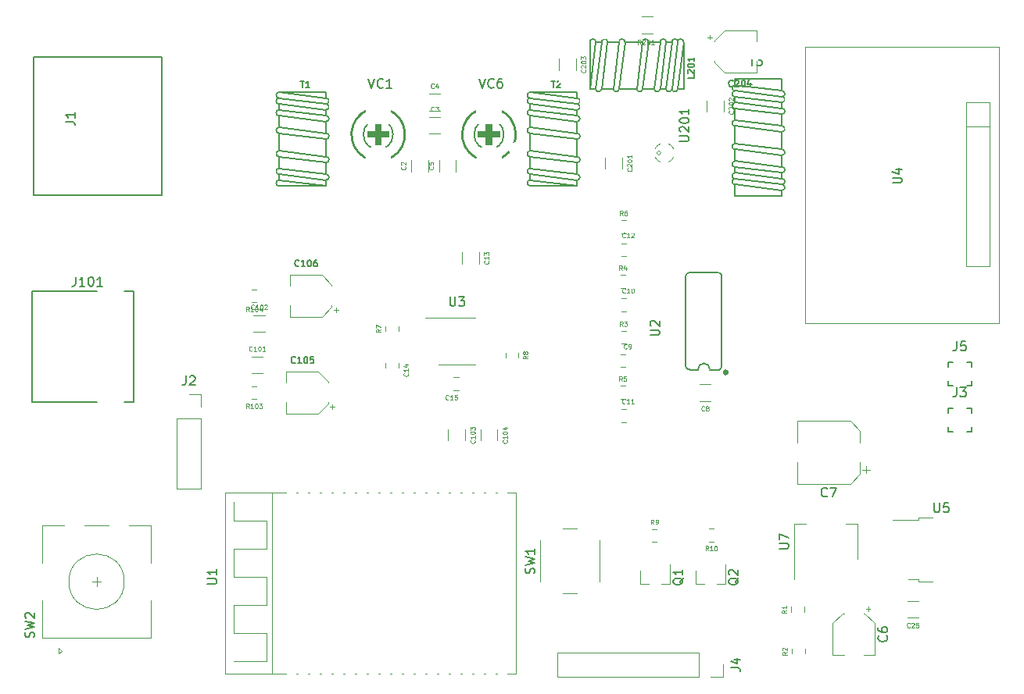
<source format=gto>
G04 #@! TF.GenerationSoftware,KiCad,Pcbnew,5.1.12-unknown-nightly-202202221509*
G04 #@! TF.CreationDate,2022-10-18T15:46:02-04:00*
G04 #@! TF.ProjectId,Tayloe-Mixer-v3,5461796c-6f65-42d4-9d69-7865722d7633,rev?*
G04 #@! TF.SameCoordinates,Original*
G04 #@! TF.FileFunction,Legend,Top*
G04 #@! TF.FilePolarity,Positive*
%FSLAX46Y46*%
G04 Gerber Fmt 4.6, Leading zero omitted, Abs format (unit mm)*
G04 Created by KiCad (PCBNEW 5.1.12-unknown-nightly-202202221509) date 2022-10-18 15:46:02*
%MOMM*%
%LPD*%
G01*
G04 APERTURE LIST*
%ADD10C,0.152400*%
%ADD11C,0.120000*%
%ADD12C,0.100000*%
%ADD13C,0.254000*%
%ADD14C,0.203200*%
%ADD15C,0.127000*%
%ADD16C,0.150000*%
%ADD17C,0.125000*%
%ADD18C,0.124968*%
%ADD19C,0.660400*%
%ADD20C,2.743200*%
%ADD21O,1.802000X1.802000*%
%ADD22C,1.981200*%
%ADD23O,2.819200X1.511200*%
%ADD24C,3.419200*%
%ADD25C,2.102000*%
%ADD26C,1.302000*%
%ADD27C,2.503200*%
G04 APERTURE END LIST*
D10*
X148270000Y-64730000D02*
X147762000Y-64730000D01*
X148270000Y-67270000D02*
X148270000Y-66762000D01*
X145730000Y-64730000D02*
X145730000Y-65238000D01*
X148270000Y-64730000D02*
X148270000Y-65238000D01*
X145730000Y-67270000D02*
X145730000Y-66762000D01*
X148270000Y-67270000D02*
X147762000Y-67270000D01*
X145730000Y-67270000D02*
X146238000Y-67270000D01*
X145730000Y-64730000D02*
X146238000Y-64730000D01*
X148270000Y-69730000D02*
X147762000Y-69730000D01*
X148270000Y-72270000D02*
X148270000Y-71762000D01*
X145730000Y-69730000D02*
X145730000Y-70238000D01*
X148270000Y-69730000D02*
X148270000Y-70238000D01*
X145730000Y-72270000D02*
X145730000Y-71762000D01*
X148270000Y-72270000D02*
X147762000Y-72270000D01*
X145730000Y-72270000D02*
X146238000Y-72270000D01*
X145730000Y-69730000D02*
X146238000Y-69730000D01*
D11*
X62170000Y-70770000D02*
X64830000Y-70770000D01*
X62170000Y-70770000D02*
X62170000Y-78450000D01*
X62170000Y-78450000D02*
X64830000Y-78450000D01*
X64830000Y-70770000D02*
X64830000Y-78450000D01*
X64830000Y-68170000D02*
X64830000Y-69500000D01*
X63500000Y-68170000D02*
X64830000Y-68170000D01*
X135910000Y-82240000D02*
X134650000Y-82240000D01*
X129090000Y-82240000D02*
X130350000Y-82240000D01*
X135910000Y-86000000D02*
X135910000Y-82240000D01*
X129090000Y-88250000D02*
X129090000Y-82240000D01*
X118730000Y-96170000D02*
X118730000Y-98830000D01*
X118730000Y-96170000D02*
X103430000Y-96170000D01*
X103430000Y-96170000D02*
X103430000Y-98830000D01*
X118730000Y-98830000D02*
X103430000Y-98830000D01*
X121330000Y-98830000D02*
X120000000Y-98830000D01*
X121330000Y-97500000D02*
X121330000Y-98830000D01*
D12*
G36*
X95650000Y-41200000D02*
G01*
X96350000Y-41200000D01*
X96350000Y-38800000D01*
X95650000Y-38800000D01*
X95650000Y-41200000D01*
G37*
D10*
X97600000Y-40000000D02*
G75*
G03*
X97600000Y-40000000I-1600000J0D01*
G01*
D12*
G36*
X94800000Y-40350000D02*
G01*
X97200000Y-40350000D01*
X97200000Y-39650000D01*
X94800000Y-39650000D01*
X94800000Y-40350000D01*
G37*
D13*
X94950000Y-37300000D02*
G75*
G03*
X94550000Y-42500000I1050000J-2696154D01*
G01*
X97450000Y-42500000D02*
G75*
G03*
X97050000Y-37300000I-1450000J2503846D01*
G01*
D12*
G36*
X83650000Y-41200000D02*
G01*
X84350000Y-41200000D01*
X84350000Y-38800000D01*
X83650000Y-38800000D01*
X83650000Y-41200000D01*
G37*
D10*
X85600000Y-40000000D02*
G75*
G03*
X85600000Y-40000000I-1600000J0D01*
G01*
D12*
G36*
X82800000Y-40350000D02*
G01*
X85200000Y-40350000D01*
X85200000Y-39650000D01*
X82800000Y-39650000D01*
X82800000Y-40350000D01*
G37*
D13*
X82950000Y-37300000D02*
G75*
G03*
X82550000Y-42500000I1050000J-2696154D01*
G01*
X85450000Y-42500000D02*
G75*
G03*
X85050000Y-37300000I-1450000J2503846D01*
G01*
D11*
X147670000Y-37830000D02*
X147670000Y-36500000D01*
X147670000Y-36500000D02*
X149000000Y-36500000D01*
X147670000Y-39100000D02*
X150250000Y-39100000D01*
X147750000Y-54250000D02*
X150250000Y-54250000D01*
X147670000Y-37830000D02*
X147670000Y-54250000D01*
X150250000Y-54250000D02*
X150250000Y-36500000D01*
X150250000Y-36500000D02*
X149000000Y-36500000D01*
X130250000Y-60500000D02*
X151250000Y-60500000D01*
X151250000Y-60500000D02*
X151250000Y-30500000D01*
X151250000Y-30500000D02*
X130250000Y-30500000D01*
X130250000Y-30500000D02*
X130250000Y-60500000D01*
X92525000Y-64965000D02*
X90575000Y-64965000D01*
X92525000Y-64965000D02*
X94475000Y-64965000D01*
X92525000Y-59845000D02*
X89075000Y-59845000D01*
X92525000Y-59845000D02*
X94475000Y-59845000D01*
D14*
X117797400Y-65507800D02*
X118640400Y-65507800D01*
X117303700Y-55373200D02*
X117303700Y-65126800D01*
X121196300Y-65126800D02*
X121196300Y-55273200D01*
D12*
G36*
X121631250Y-65488750D02*
G01*
X121472500Y-65531287D01*
X121356287Y-65647500D01*
X121313750Y-65806250D01*
X121356287Y-65965000D01*
X121631250Y-66123750D01*
X121790000Y-66081213D01*
X121906213Y-65965000D01*
X121948750Y-65806250D01*
X121906213Y-65647500D01*
X121790000Y-65531287D01*
X121631250Y-65488750D01*
G37*
D14*
X120815300Y-54992200D02*
X117684700Y-54992200D01*
X120915300Y-65507800D02*
X119910400Y-65507800D01*
X117303701Y-65126800D02*
G75*
G03*
X117784700Y-65507800I430920J49900D01*
G01*
X119910400Y-65457000D02*
G75*
G03*
X118640400Y-65457000I-635000J0D01*
G01*
X121196301Y-65126799D02*
G75*
G02*
X120915300Y-65507800I-330801J-50148D01*
G01*
X120815300Y-54992200D02*
G75*
G02*
X121196300Y-55273200I50000J-331000D01*
G01*
X117684702Y-54992200D02*
G75*
G03*
X117303700Y-55373200I-101J-380901D01*
G01*
D15*
X122650000Y-45430000D02*
X127730000Y-46065000D01*
X122650000Y-44795000D02*
X127730000Y-45430000D01*
X122650000Y-44160000D02*
X127730000Y-44795000D01*
X122650000Y-43525000D02*
X127730000Y-44160000D01*
X122650000Y-42890000D02*
X127730000Y-43525000D01*
X122650000Y-41620000D02*
X127730000Y-42255000D01*
X122650000Y-35905000D02*
X122650000Y-36540000D01*
X122650000Y-45430000D02*
X122650000Y-46700000D01*
X122650000Y-41620000D02*
X122650000Y-42890000D01*
X122650000Y-36540000D02*
X127730000Y-37175000D01*
X127730000Y-35270000D02*
X127730000Y-34000000D01*
X122650000Y-46700000D02*
X127730000Y-46700000D01*
X122650000Y-37175000D02*
X122650000Y-38445000D01*
X122650000Y-43525000D02*
X122650000Y-44160000D01*
X127730000Y-44795000D02*
X127730000Y-44160000D01*
X122650000Y-34000000D02*
X122650000Y-34635000D01*
X122650000Y-37175000D02*
X127730000Y-37810000D01*
X122650000Y-40985000D02*
X127730000Y-41620000D01*
X122650000Y-39080000D02*
X127730000Y-39715000D01*
X127730000Y-43525000D02*
X127730000Y-42255000D01*
X127730000Y-34000000D02*
X122650000Y-34000000D01*
X122650000Y-38445000D02*
X127730000Y-39080000D01*
X122650000Y-35905000D02*
X127730000Y-36540000D01*
X122650000Y-35270000D02*
X127730000Y-35905000D01*
X122650000Y-34635000D02*
X127730000Y-35270000D01*
X127730000Y-46700000D02*
X127730000Y-46065000D01*
X127730000Y-37175000D02*
X127730000Y-36540000D01*
X122650000Y-39080000D02*
X122650000Y-40985000D01*
X127730000Y-39080000D02*
X127730000Y-37810000D01*
X127730000Y-41620000D02*
X127730000Y-39715000D01*
X122650000Y-38445000D02*
G75*
G03*
X122650000Y-39080000I0J-317500D01*
G01*
X127730000Y-35905000D02*
G75*
G03*
X127730000Y-35270000I0J317500D01*
G01*
X127730000Y-42255000D02*
G75*
G03*
X127730000Y-41620000I0J317500D01*
G01*
X122650000Y-40985000D02*
G75*
G03*
X122650000Y-41620000I0J-317500D01*
G01*
X127730000Y-45430000D02*
G75*
G03*
X127730000Y-44795000I0J317500D01*
G01*
X122650000Y-34635000D02*
G75*
G03*
X122650000Y-35270000I0J-317500D01*
G01*
X127730000Y-46065000D02*
G75*
G03*
X127730000Y-45430000I0J317500D01*
G01*
X122650000Y-44795000D02*
G75*
G03*
X122650000Y-45430000I0J-317500D01*
G01*
X122650000Y-44160000D02*
G75*
G03*
X122650000Y-44795000I0J-317500D01*
G01*
X122650000Y-35270000D02*
G75*
G03*
X122650000Y-35905000I0J-317500D01*
G01*
X127730000Y-36540000D02*
G75*
G03*
X127730000Y-35905000I0J317500D01*
G01*
X122650000Y-42890000D02*
G75*
G03*
X122650000Y-43525000I0J-317500D01*
G01*
X122650000Y-36540000D02*
G75*
G03*
X122650000Y-37175000I0J-317500D01*
G01*
X127730000Y-37810000D02*
G75*
G03*
X127730000Y-37175000I0J317500D01*
G01*
X127730000Y-44160000D02*
G75*
G03*
X127730000Y-43525000I0J317500D01*
G01*
X127730000Y-39715000D02*
G75*
G03*
X127730000Y-39080000I0J317500D01*
G01*
X100460000Y-37325000D02*
X105540000Y-37960000D01*
X100460000Y-44310000D02*
X105540000Y-44945000D01*
X100460000Y-37960000D02*
X105540000Y-38595000D01*
X100460000Y-43675000D02*
X105540000Y-44310000D01*
X100460000Y-41770000D02*
X105540000Y-42405000D01*
X100460000Y-36055000D02*
X105540000Y-36690000D01*
X100460000Y-39865000D02*
X105540000Y-40500000D01*
X100460000Y-39230000D02*
X105540000Y-39865000D01*
X100460000Y-44945000D02*
X105540000Y-45580000D01*
X100460000Y-36690000D02*
X105540000Y-37325000D01*
X100460000Y-42405000D02*
X105540000Y-43040000D01*
X105540000Y-42405000D02*
X105540000Y-40500000D01*
X105540000Y-44310000D02*
X105540000Y-43040000D01*
X100460000Y-44310000D02*
X100460000Y-44945000D01*
X100460000Y-36690000D02*
X100460000Y-37325000D01*
X105540000Y-35420000D02*
X100460000Y-35420000D01*
X105540000Y-37960000D02*
X105540000Y-37325000D01*
X105540000Y-45580000D02*
X105540000Y-44945000D01*
X100460000Y-39865000D02*
X100460000Y-41770000D01*
X100460000Y-35420000D02*
X105540000Y-36055000D01*
X105540000Y-39865000D02*
X105540000Y-38595000D01*
X100460000Y-45580000D02*
X105540000Y-45580000D01*
X100460000Y-42405000D02*
X100460000Y-43675000D01*
X100460000Y-37960000D02*
X100460000Y-39230000D01*
X105540000Y-36055000D02*
X105540000Y-35420000D01*
X105540000Y-40500000D02*
G75*
G03*
X105540000Y-39865000I0J317500D01*
G01*
X100460000Y-39230000D02*
G75*
G03*
X100460000Y-39865000I0J-317500D01*
G01*
X105540000Y-37325000D02*
G75*
G03*
X105540000Y-36690000I0J317500D01*
G01*
X105540000Y-43040000D02*
G75*
G03*
X105540000Y-42405000I0J317500D01*
G01*
X105540000Y-44945000D02*
G75*
G03*
X105540000Y-44310000I0J317500D01*
G01*
X100460000Y-44945000D02*
G75*
G03*
X100460000Y-45580000I0J-317500D01*
G01*
X100460000Y-35420000D02*
G75*
G03*
X100460000Y-36055000I0J-317500D01*
G01*
X100460000Y-36055000D02*
G75*
G03*
X100460000Y-36690000I0J-317500D01*
G01*
X105540000Y-36690000D02*
G75*
G03*
X105540000Y-36055000I0J317500D01*
G01*
X100460000Y-37325000D02*
G75*
G03*
X100460000Y-37960000I0J-317500D01*
G01*
X100460000Y-41770000D02*
G75*
G03*
X100460000Y-42405000I0J-317500D01*
G01*
X100460000Y-43675000D02*
G75*
G03*
X100460000Y-44310000I0J-317500D01*
G01*
X105540000Y-38595000D02*
G75*
G03*
X105540000Y-37960000I0J317500D01*
G01*
X73270000Y-37325000D02*
X78350000Y-37960000D01*
X73270000Y-44310000D02*
X78350000Y-44945000D01*
X73270000Y-37960000D02*
X78350000Y-38595000D01*
X73270000Y-43675000D02*
X78350000Y-44310000D01*
X73270000Y-41770000D02*
X78350000Y-42405000D01*
X73270000Y-36055000D02*
X78350000Y-36690000D01*
X73270000Y-39865000D02*
X78350000Y-40500000D01*
X73270000Y-39230000D02*
X78350000Y-39865000D01*
X73270000Y-44945000D02*
X78350000Y-45580000D01*
X73270000Y-36690000D02*
X78350000Y-37325000D01*
X73270000Y-42405000D02*
X78350000Y-43040000D01*
X78350000Y-42405000D02*
X78350000Y-40500000D01*
X78350000Y-44310000D02*
X78350000Y-43040000D01*
X73270000Y-44310000D02*
X73270000Y-44945000D01*
X73270000Y-36690000D02*
X73270000Y-37325000D01*
X78350000Y-35420000D02*
X73270000Y-35420000D01*
X78350000Y-37960000D02*
X78350000Y-37325000D01*
X78350000Y-45580000D02*
X78350000Y-44945000D01*
X73270000Y-39865000D02*
X73270000Y-41770000D01*
X73270000Y-35420000D02*
X78350000Y-36055000D01*
X78350000Y-39865000D02*
X78350000Y-38595000D01*
X73270000Y-45580000D02*
X78350000Y-45580000D01*
X73270000Y-42405000D02*
X73270000Y-43675000D01*
X73270000Y-37960000D02*
X73270000Y-39230000D01*
X78350000Y-36055000D02*
X78350000Y-35420000D01*
X78350000Y-40500000D02*
G75*
G03*
X78350000Y-39865000I0J317500D01*
G01*
X73270000Y-39230000D02*
G75*
G03*
X73270000Y-39865000I0J-317500D01*
G01*
X78350000Y-37325000D02*
G75*
G03*
X78350000Y-36690000I0J317500D01*
G01*
X78350000Y-43040000D02*
G75*
G03*
X78350000Y-42405000I0J317500D01*
G01*
X78350000Y-44945000D02*
G75*
G03*
X78350000Y-44310000I0J317500D01*
G01*
X73270000Y-44945000D02*
G75*
G03*
X73270000Y-45580000I0J-317500D01*
G01*
X73270000Y-35420000D02*
G75*
G03*
X73270000Y-36055000I0J-317500D01*
G01*
X73270000Y-36055000D02*
G75*
G03*
X73270000Y-36690000I0J-317500D01*
G01*
X78350000Y-36690000D02*
G75*
G03*
X78350000Y-36055000I0J317500D01*
G01*
X73270000Y-37325000D02*
G75*
G03*
X73270000Y-37960000I0J-317500D01*
G01*
X73270000Y-41770000D02*
G75*
G03*
X73270000Y-42405000I0J-317500D01*
G01*
X73270000Y-43675000D02*
G75*
G03*
X73270000Y-44310000I0J-317500D01*
G01*
X78350000Y-38595000D02*
G75*
G03*
X78350000Y-37960000I0J317500D01*
G01*
D11*
X99210000Y-64196078D02*
X99210000Y-63678922D01*
X97790000Y-64196078D02*
X97790000Y-63678922D01*
X84790000Y-60803922D02*
X84790000Y-61321078D01*
X86210000Y-60803922D02*
X86210000Y-61321078D01*
X110821078Y-49290000D02*
X110303922Y-49290000D01*
X110821078Y-50710000D02*
X110303922Y-50710000D01*
X110758578Y-67250000D02*
X110241422Y-67250000D01*
X110758578Y-68670000D02*
X110241422Y-68670000D01*
X110758578Y-55250000D02*
X110241422Y-55250000D01*
X110758578Y-56670000D02*
X110241422Y-56670000D01*
X110821078Y-61290000D02*
X110303922Y-61290000D01*
X110821078Y-62710000D02*
X110303922Y-62710000D01*
X128790000Y-95803922D02*
X128790000Y-96321078D01*
X130210000Y-95803922D02*
X130210000Y-96321078D01*
X128750000Y-91241422D02*
X128750000Y-91758578D01*
X130170000Y-91241422D02*
X130170000Y-91758578D01*
D15*
X60551800Y-46573000D02*
X60551800Y-31587000D01*
X46708800Y-46573000D02*
X60551800Y-46573000D01*
X60551800Y-31587000D02*
X46708800Y-31587000D01*
X46708800Y-31587000D02*
X46708800Y-46573000D01*
D11*
X119590000Y-36297936D02*
X119590000Y-37502064D01*
X121410000Y-36297936D02*
X121410000Y-37502064D01*
X108590000Y-42497936D02*
X108590000Y-43702064D01*
X110410000Y-42497936D02*
X110410000Y-43702064D01*
X142502064Y-90590000D02*
X141297936Y-90590000D01*
X142502064Y-92410000D02*
X141297936Y-92410000D01*
X92696078Y-67710000D02*
X92178922Y-67710000D01*
X92696078Y-66290000D02*
X92178922Y-66290000D01*
X86210000Y-64803922D02*
X86210000Y-65321078D01*
X84790000Y-64803922D02*
X84790000Y-65321078D01*
X93090000Y-52797936D02*
X93090000Y-54002064D01*
X94910000Y-52797936D02*
X94910000Y-54002064D01*
X110303922Y-51790000D02*
X110821078Y-51790000D01*
X110303922Y-53210000D02*
X110821078Y-53210000D01*
X110303922Y-69790000D02*
X110821078Y-69790000D01*
X110303922Y-71210000D02*
X110821078Y-71210000D01*
X110303922Y-57790000D02*
X110821078Y-57790000D01*
X110303922Y-59210000D02*
X110821078Y-59210000D01*
X110241422Y-63830000D02*
X110758578Y-63830000D01*
X110241422Y-65250000D02*
X110758578Y-65250000D01*
X120002064Y-67090000D02*
X118797936Y-67090000D01*
X120002064Y-68910000D02*
X118797936Y-68910000D01*
X92410000Y-44002064D02*
X92410000Y-42797936D01*
X90590000Y-44002064D02*
X90590000Y-42797936D01*
X89497936Y-37410000D02*
X90702064Y-37410000D01*
X89497936Y-35590000D02*
X90702064Y-35590000D01*
X89497936Y-39910000D02*
X90702064Y-39910000D01*
X89497936Y-38090000D02*
X90702064Y-38090000D01*
X89410000Y-44002064D02*
X89410000Y-42797936D01*
X87590000Y-44002064D02*
X87590000Y-42797936D01*
X116080000Y-42000000D02*
G75*
G03*
X116080000Y-42000000I-1080000J0D01*
G01*
X114600000Y-42000000D02*
G75*
G03*
X114600000Y-42000000I-200000J0D01*
G01*
X144030000Y-81575000D02*
X142530000Y-81575000D01*
X142530000Y-81575000D02*
X142530000Y-81845000D01*
X142530000Y-81845000D02*
X139700000Y-81845000D01*
X144030000Y-88475000D02*
X142530000Y-88475000D01*
X142530000Y-88475000D02*
X142530000Y-88205000D01*
X142530000Y-88205000D02*
X141430000Y-88205000D01*
X98890000Y-98491000D02*
X98890000Y-78823000D01*
X98890000Y-98491000D02*
X72490000Y-98491000D01*
X98846000Y-78823000D02*
X72446000Y-78823000D01*
X72490000Y-98491000D02*
X72490000Y-78823000D01*
X67390000Y-98491000D02*
X67390000Y-78823000D01*
X72490000Y-98491000D02*
X67390000Y-98491000D01*
X72490000Y-78823000D02*
X67390000Y-78823000D01*
X68382000Y-97111000D02*
X71938000Y-97111000D01*
X71938000Y-97111000D02*
X71938000Y-94063000D01*
X71938000Y-94063000D02*
X68382000Y-94063000D01*
X68382000Y-94063000D02*
X68382000Y-91015000D01*
X68382000Y-91015000D02*
X71938000Y-91015000D01*
X71938000Y-91015000D02*
X71938000Y-87967000D01*
X71938000Y-87967000D02*
X68382000Y-87967000D01*
X68382000Y-87967000D02*
X68382000Y-84919000D01*
X68382000Y-84919000D02*
X71938000Y-84919000D01*
X71938000Y-84919000D02*
X71938000Y-81871000D01*
X71938000Y-81871000D02*
X68382000Y-81871000D01*
X68382000Y-81871000D02*
X68382000Y-79839000D01*
X53500000Y-89000000D02*
X53500000Y-88000000D01*
X53000000Y-88500000D02*
X54000000Y-88500000D01*
X57000000Y-82400000D02*
X59400000Y-82400000D01*
X52200000Y-82400000D02*
X54800000Y-82400000D01*
X47600000Y-82400000D02*
X50000000Y-82400000D01*
X49400000Y-95700000D02*
X49700000Y-96000000D01*
X49400000Y-96300000D02*
X49400000Y-95700000D01*
X49700000Y-96000000D02*
X49400000Y-96300000D01*
X47600000Y-94600000D02*
X59400000Y-94600000D01*
X47600000Y-90500000D02*
X47600000Y-94600000D01*
X59400000Y-90500000D02*
X59400000Y-94600000D01*
X59400000Y-82400000D02*
X59400000Y-86500000D01*
X47600000Y-86500000D02*
X47600000Y-82400000D01*
X56500000Y-88500000D02*
G75*
G03*
X56500000Y-88500000I-3000000J0D01*
G01*
X108000000Y-88500000D02*
X108000000Y-84000000D01*
X104000000Y-89750000D02*
X105500000Y-89750000D01*
X101500000Y-84000000D02*
X101500000Y-88500000D01*
X105500000Y-82750000D02*
X104000000Y-82750000D01*
X113729064Y-29033000D02*
X112524936Y-29033000D01*
X113729064Y-27213000D02*
X112524936Y-27213000D01*
X70303922Y-58210000D02*
X70821078Y-58210000D01*
X70303922Y-56790000D02*
X70821078Y-56790000D01*
X70303922Y-68710000D02*
X70821078Y-68710000D01*
X70303922Y-67290000D02*
X70821078Y-67290000D01*
X119803922Y-84147500D02*
X120321078Y-84147500D01*
X119803922Y-82727500D02*
X120321078Y-82727500D01*
X114196078Y-82790000D02*
X113678922Y-82790000D01*
X114196078Y-84210000D02*
X113678922Y-84210000D01*
X118420000Y-88760000D02*
X119350000Y-88760000D01*
X121580000Y-88760000D02*
X120650000Y-88760000D01*
X121580000Y-88760000D02*
X121580000Y-86600000D01*
X118420000Y-88760000D02*
X118420000Y-87300000D01*
X112420000Y-88760000D02*
X113350000Y-88760000D01*
X115580000Y-88760000D02*
X114650000Y-88760000D01*
X115580000Y-88760000D02*
X115580000Y-86600000D01*
X112420000Y-88760000D02*
X112420000Y-87300000D01*
D15*
X115175000Y-29960000D02*
X114540000Y-35040000D01*
X108190000Y-29960000D02*
X107555000Y-35040000D01*
X114540000Y-29960000D02*
X113905000Y-35040000D01*
X108825000Y-29960000D02*
X108190000Y-35040000D01*
X110730000Y-29960000D02*
X110095000Y-35040000D01*
X116445000Y-29960000D02*
X115810000Y-35040000D01*
X112635000Y-29960000D02*
X112000000Y-35040000D01*
X113270000Y-29960000D02*
X112635000Y-35040000D01*
X107555000Y-29960000D02*
X106920000Y-35040000D01*
X115810000Y-29960000D02*
X115175000Y-35040000D01*
X110095000Y-29960000D02*
X109460000Y-35040000D01*
X110095000Y-35040000D02*
X112000000Y-35040000D01*
X108190000Y-35040000D02*
X109460000Y-35040000D01*
X108190000Y-29960000D02*
X107555000Y-29960000D01*
X115810000Y-29960000D02*
X115175000Y-29960000D01*
X117080000Y-35040000D02*
X117080000Y-29960000D01*
X114540000Y-35040000D02*
X115175000Y-35040000D01*
X106920000Y-35040000D02*
X107555000Y-35040000D01*
X112635000Y-29960000D02*
X110730000Y-29960000D01*
X117080000Y-29960000D02*
X116445000Y-35040000D01*
X112635000Y-35040000D02*
X113905000Y-35040000D01*
X106920000Y-29960000D02*
X106920000Y-35040000D01*
X110095000Y-29960000D02*
X108825000Y-29960000D01*
X114540000Y-29960000D02*
X113270000Y-29960000D01*
X116445000Y-35040000D02*
X117080000Y-35040000D01*
X112000000Y-35040000D02*
G75*
G03*
X112635000Y-35040000I317500J0D01*
G01*
X113270000Y-29960000D02*
G75*
G03*
X112635000Y-29960000I-317500J0D01*
G01*
X115175000Y-35040000D02*
G75*
G03*
X115810000Y-35040000I317500J0D01*
G01*
X109460000Y-35040000D02*
G75*
G03*
X110095000Y-35040000I317500J0D01*
G01*
X107555000Y-35040000D02*
G75*
G03*
X108190000Y-35040000I317500J0D01*
G01*
X107555000Y-29960000D02*
G75*
G03*
X106920000Y-29960000I-317500J0D01*
G01*
X117080000Y-29960000D02*
G75*
G03*
X116445000Y-29960000I-317500J0D01*
G01*
X116445000Y-29960000D02*
G75*
G03*
X115810000Y-29960000I-317500J0D01*
G01*
X115810000Y-35040000D02*
G75*
G03*
X116445000Y-35040000I317500J0D01*
G01*
X115175000Y-29960000D02*
G75*
G03*
X114540000Y-29960000I-317500J0D01*
G01*
X110730000Y-29960000D02*
G75*
G03*
X110095000Y-29960000I-317500J0D01*
G01*
X108825000Y-29960000D02*
G75*
G03*
X108190000Y-29960000I-317500J0D01*
G01*
X113905000Y-35040000D02*
G75*
G03*
X114540000Y-35040000I317500J0D01*
G01*
D14*
X46500000Y-57000000D02*
X53500000Y-57000000D01*
X57500000Y-57000000D02*
X56500000Y-57000000D01*
X57500000Y-69000000D02*
X56500000Y-69000000D01*
X46500000Y-69000000D02*
X53500000Y-69000000D01*
X57500000Y-57000000D02*
X57500000Y-69000000D01*
X46500000Y-57000000D02*
X46500000Y-69000000D01*
D11*
X120440000Y-32195563D02*
X121504437Y-33260000D01*
X119700000Y-29440000D02*
X120200000Y-29440000D01*
X121504437Y-28740000D02*
X124960000Y-28740000D01*
X120440000Y-29804437D02*
X121504437Y-28740000D01*
X121504437Y-33260000D02*
X124960000Y-33260000D01*
X124960000Y-28740000D02*
X124960000Y-29940000D01*
X120440000Y-32195563D02*
X120440000Y-32060000D01*
X124960000Y-33260000D02*
X124960000Y-32060000D01*
X120440000Y-29804437D02*
X120440000Y-29940000D01*
X119950000Y-29190000D02*
X119950000Y-29690000D01*
X103590000Y-31797936D02*
X103590000Y-33002064D01*
X105410000Y-31797936D02*
X105410000Y-33002064D01*
X78960000Y-56304437D02*
X77895563Y-55240000D01*
X79700000Y-59060000D02*
X79200000Y-59060000D01*
X77895563Y-59760000D02*
X74440000Y-59760000D01*
X78960000Y-58695563D02*
X77895563Y-59760000D01*
X77895563Y-55240000D02*
X74440000Y-55240000D01*
X74440000Y-59760000D02*
X74440000Y-58560000D01*
X78960000Y-56304437D02*
X78960000Y-56440000D01*
X74440000Y-55240000D02*
X74440000Y-56440000D01*
X78960000Y-58695563D02*
X78960000Y-58560000D01*
X79450000Y-59310000D02*
X79450000Y-58810000D01*
X78560000Y-66804437D02*
X77495563Y-65740000D01*
X79300000Y-69560000D02*
X78800000Y-69560000D01*
X77495563Y-70260000D02*
X74040000Y-70260000D01*
X78560000Y-69195563D02*
X77495563Y-70260000D01*
X77495563Y-65740000D02*
X74040000Y-65740000D01*
X74040000Y-70260000D02*
X74040000Y-69060000D01*
X78560000Y-66804437D02*
X78560000Y-66940000D01*
X74040000Y-65740000D02*
X74040000Y-66940000D01*
X78560000Y-69195563D02*
X78560000Y-69060000D01*
X79050000Y-69810000D02*
X79050000Y-69310000D01*
X95090000Y-71997936D02*
X95090000Y-73202064D01*
X96910000Y-71997936D02*
X96910000Y-73202064D01*
X91590000Y-71997936D02*
X91590000Y-73202064D01*
X93410000Y-71997936D02*
X93410000Y-73202064D01*
X70497936Y-61410000D02*
X71702064Y-61410000D01*
X70497936Y-59590000D02*
X71702064Y-59590000D01*
X70297936Y-65910000D02*
X71502064Y-65910000D01*
X70297936Y-64090000D02*
X71502064Y-64090000D01*
X129390000Y-71090000D02*
X129390000Y-73440000D01*
X129390000Y-77910000D02*
X129390000Y-75560000D01*
X135145563Y-77910000D02*
X129390000Y-77910000D01*
X135145563Y-71090000D02*
X129390000Y-71090000D01*
X136210000Y-72154437D02*
X136210000Y-73440000D01*
X136210000Y-76845563D02*
X136210000Y-75560000D01*
X136210000Y-76845563D02*
X135145563Y-77910000D01*
X136210000Y-72154437D02*
X135145563Y-71090000D01*
X137237500Y-76347500D02*
X136450000Y-76347500D01*
X136843750Y-76741250D02*
X136843750Y-75953750D01*
X133240000Y-96460000D02*
X134440000Y-96460000D01*
X137760000Y-96460000D02*
X136560000Y-96460000D01*
X137760000Y-93004437D02*
X137760000Y-96460000D01*
X133240000Y-93004437D02*
X133240000Y-96460000D01*
X134304437Y-91940000D02*
X134440000Y-91940000D01*
X136695563Y-91940000D02*
X136560000Y-91940000D01*
X136695563Y-91940000D02*
X137760000Y-93004437D01*
X134304437Y-91940000D02*
X133240000Y-93004437D01*
X137060000Y-91200000D02*
X137060000Y-91700000D01*
X137310000Y-91450000D02*
X136810000Y-91450000D01*
D16*
X146666666Y-62452380D02*
X146666666Y-63166666D01*
X146619047Y-63309523D01*
X146523809Y-63404761D01*
X146380952Y-63452380D01*
X146285714Y-63452380D01*
X147619047Y-62452380D02*
X147142857Y-62452380D01*
X147095238Y-62928571D01*
X147142857Y-62880952D01*
X147238095Y-62833333D01*
X147476190Y-62833333D01*
X147571428Y-62880952D01*
X147619047Y-62928571D01*
X147666666Y-63023809D01*
X147666666Y-63261904D01*
X147619047Y-63357142D01*
X147571428Y-63404761D01*
X147476190Y-63452380D01*
X147238095Y-63452380D01*
X147142857Y-63404761D01*
X147095238Y-63357142D01*
X146666666Y-67452380D02*
X146666666Y-68166666D01*
X146619047Y-68309523D01*
X146523809Y-68404761D01*
X146380952Y-68452380D01*
X146285714Y-68452380D01*
X147047619Y-67452380D02*
X147666666Y-67452380D01*
X147333333Y-67833333D01*
X147476190Y-67833333D01*
X147571428Y-67880952D01*
X147619047Y-67928571D01*
X147666666Y-68023809D01*
X147666666Y-68261904D01*
X147619047Y-68357142D01*
X147571428Y-68404761D01*
X147476190Y-68452380D01*
X147190476Y-68452380D01*
X147095238Y-68404761D01*
X147047619Y-68357142D01*
X63166666Y-66182380D02*
X63166666Y-66896666D01*
X63119047Y-67039523D01*
X63023809Y-67134761D01*
X62880952Y-67182380D01*
X62785714Y-67182380D01*
X63595238Y-66277619D02*
X63642857Y-66230000D01*
X63738095Y-66182380D01*
X63976190Y-66182380D01*
X64071428Y-66230000D01*
X64119047Y-66277619D01*
X64166666Y-66372857D01*
X64166666Y-66468095D01*
X64119047Y-66610952D01*
X63547619Y-67182380D01*
X64166666Y-67182380D01*
X127452380Y-84911904D02*
X128261904Y-84911904D01*
X128357142Y-84864285D01*
X128404761Y-84816666D01*
X128452380Y-84721428D01*
X128452380Y-84530952D01*
X128404761Y-84435714D01*
X128357142Y-84388095D01*
X128261904Y-84340476D01*
X127452380Y-84340476D01*
X127452380Y-83959523D02*
X127452380Y-83292857D01*
X128452380Y-83721428D01*
X122222380Y-97833333D02*
X122936666Y-97833333D01*
X123079523Y-97880952D01*
X123174761Y-97976190D01*
X123222380Y-98119047D01*
X123222380Y-98214285D01*
X122555714Y-96928571D02*
X123222380Y-96928571D01*
X122174761Y-97166666D02*
X122889047Y-97404761D01*
X122889047Y-96785714D01*
X94940476Y-33952380D02*
X95273809Y-34952380D01*
X95607142Y-33952380D01*
X96511904Y-34857142D02*
X96464285Y-34904761D01*
X96321428Y-34952380D01*
X96226190Y-34952380D01*
X96083333Y-34904761D01*
X95988095Y-34809523D01*
X95940476Y-34714285D01*
X95892857Y-34523809D01*
X95892857Y-34380952D01*
X95940476Y-34190476D01*
X95988095Y-34095238D01*
X96083333Y-34000000D01*
X96226190Y-33952380D01*
X96321428Y-33952380D01*
X96464285Y-34000000D01*
X96511904Y-34047619D01*
X97369047Y-33952380D02*
X97178571Y-33952380D01*
X97083333Y-34000000D01*
X97035714Y-34047619D01*
X96940476Y-34190476D01*
X96892857Y-34380952D01*
X96892857Y-34761904D01*
X96940476Y-34857142D01*
X96988095Y-34904761D01*
X97083333Y-34952380D01*
X97273809Y-34952380D01*
X97369047Y-34904761D01*
X97416666Y-34857142D01*
X97464285Y-34761904D01*
X97464285Y-34523809D01*
X97416666Y-34428571D01*
X97369047Y-34380952D01*
X97273809Y-34333333D01*
X97083333Y-34333333D01*
X96988095Y-34380952D01*
X96940476Y-34428571D01*
X96892857Y-34523809D01*
X82940476Y-33952380D02*
X83273809Y-34952380D01*
X83607142Y-33952380D01*
X84511904Y-34857142D02*
X84464285Y-34904761D01*
X84321428Y-34952380D01*
X84226190Y-34952380D01*
X84083333Y-34904761D01*
X83988095Y-34809523D01*
X83940476Y-34714285D01*
X83892857Y-34523809D01*
X83892857Y-34380952D01*
X83940476Y-34190476D01*
X83988095Y-34095238D01*
X84083333Y-34000000D01*
X84226190Y-33952380D01*
X84321428Y-33952380D01*
X84464285Y-34000000D01*
X84511904Y-34047619D01*
X85464285Y-34952380D02*
X84892857Y-34952380D01*
X85178571Y-34952380D02*
X85178571Y-33952380D01*
X85083333Y-34095238D01*
X84988095Y-34190476D01*
X84892857Y-34238095D01*
X139702380Y-45261904D02*
X140511904Y-45261904D01*
X140607142Y-45214285D01*
X140654761Y-45166666D01*
X140702380Y-45071428D01*
X140702380Y-44880952D01*
X140654761Y-44785714D01*
X140607142Y-44738095D01*
X140511904Y-44690476D01*
X139702380Y-44690476D01*
X140035714Y-43785714D02*
X140702380Y-43785714D01*
X139654761Y-44023809D02*
X140369047Y-44261904D01*
X140369047Y-43642857D01*
X91763095Y-57607380D02*
X91763095Y-58416904D01*
X91810714Y-58512142D01*
X91858333Y-58559761D01*
X91953571Y-58607380D01*
X92144047Y-58607380D01*
X92239285Y-58559761D01*
X92286904Y-58512142D01*
X92334523Y-58416904D01*
X92334523Y-57607380D01*
X92715476Y-57607380D02*
X93334523Y-57607380D01*
X93001190Y-57988333D01*
X93144047Y-57988333D01*
X93239285Y-58035952D01*
X93286904Y-58083571D01*
X93334523Y-58178809D01*
X93334523Y-58416904D01*
X93286904Y-58512142D01*
X93239285Y-58559761D01*
X93144047Y-58607380D01*
X92858333Y-58607380D01*
X92763095Y-58559761D01*
X92715476Y-58512142D01*
X113452380Y-61761904D02*
X114261904Y-61761904D01*
X114357142Y-61714285D01*
X114404761Y-61666666D01*
X114452380Y-61571428D01*
X114452380Y-61380952D01*
X114404761Y-61285714D01*
X114357142Y-61238095D01*
X114261904Y-61190476D01*
X113452380Y-61190476D01*
X113547619Y-60761904D02*
X113500000Y-60714285D01*
X113452380Y-60619047D01*
X113452380Y-60380952D01*
X113500000Y-60285714D01*
X113547619Y-60238095D01*
X113642857Y-60190476D01*
X113738095Y-60190476D01*
X113880952Y-60238095D01*
X114452380Y-60809523D01*
X114452380Y-60190476D01*
X124158095Y-31532380D02*
X124729523Y-31532380D01*
X124443809Y-32532380D02*
X124443809Y-31532380D01*
X124967619Y-31532380D02*
X125586666Y-31532380D01*
X125253333Y-31913333D01*
X125396190Y-31913333D01*
X125491428Y-31960952D01*
X125539047Y-32008571D01*
X125586666Y-32103809D01*
X125586666Y-32341904D01*
X125539047Y-32437142D01*
X125491428Y-32484761D01*
X125396190Y-32532380D01*
X125110476Y-32532380D01*
X125015238Y-32484761D01*
X124967619Y-32437142D01*
X102766666Y-34216666D02*
X103166666Y-34216666D01*
X102966666Y-34916666D02*
X102966666Y-34216666D01*
X103366666Y-34283333D02*
X103400000Y-34250000D01*
X103466666Y-34216666D01*
X103633333Y-34216666D01*
X103700000Y-34250000D01*
X103733333Y-34283333D01*
X103766666Y-34350000D01*
X103766666Y-34416666D01*
X103733333Y-34516666D01*
X103333333Y-34916666D01*
X103766666Y-34916666D01*
X75576666Y-34216666D02*
X75976666Y-34216666D01*
X75776666Y-34916666D02*
X75776666Y-34216666D01*
X76576666Y-34916666D02*
X76176666Y-34916666D01*
X76376666Y-34916666D02*
X76376666Y-34216666D01*
X76310000Y-34316666D01*
X76243333Y-34383333D01*
X76176666Y-34416666D01*
D17*
X100186190Y-64020833D02*
X99948095Y-64187500D01*
X100186190Y-64306547D02*
X99686190Y-64306547D01*
X99686190Y-64116071D01*
X99710000Y-64068452D01*
X99733809Y-64044642D01*
X99781428Y-64020833D01*
X99852857Y-64020833D01*
X99900476Y-64044642D01*
X99924285Y-64068452D01*
X99948095Y-64116071D01*
X99948095Y-64306547D01*
X99900476Y-63735119D02*
X99876666Y-63782738D01*
X99852857Y-63806547D01*
X99805238Y-63830357D01*
X99781428Y-63830357D01*
X99733809Y-63806547D01*
X99710000Y-63782738D01*
X99686190Y-63735119D01*
X99686190Y-63639880D01*
X99710000Y-63592261D01*
X99733809Y-63568452D01*
X99781428Y-63544642D01*
X99805238Y-63544642D01*
X99852857Y-63568452D01*
X99876666Y-63592261D01*
X99900476Y-63639880D01*
X99900476Y-63735119D01*
X99924285Y-63782738D01*
X99948095Y-63806547D01*
X99995714Y-63830357D01*
X100090952Y-63830357D01*
X100138571Y-63806547D01*
X100162380Y-63782738D01*
X100186190Y-63735119D01*
X100186190Y-63639880D01*
X100162380Y-63592261D01*
X100138571Y-63568452D01*
X100090952Y-63544642D01*
X99995714Y-63544642D01*
X99948095Y-63568452D01*
X99924285Y-63592261D01*
X99900476Y-63639880D01*
X84266190Y-61145833D02*
X84028095Y-61312500D01*
X84266190Y-61431547D02*
X83766190Y-61431547D01*
X83766190Y-61241071D01*
X83790000Y-61193452D01*
X83813809Y-61169642D01*
X83861428Y-61145833D01*
X83932857Y-61145833D01*
X83980476Y-61169642D01*
X84004285Y-61193452D01*
X84028095Y-61241071D01*
X84028095Y-61431547D01*
X83766190Y-60979166D02*
X83766190Y-60645833D01*
X84266190Y-60860119D01*
X110479166Y-48766190D02*
X110312500Y-48528095D01*
X110193452Y-48766190D02*
X110193452Y-48266190D01*
X110383928Y-48266190D01*
X110431547Y-48290000D01*
X110455357Y-48313809D01*
X110479166Y-48361428D01*
X110479166Y-48432857D01*
X110455357Y-48480476D01*
X110431547Y-48504285D01*
X110383928Y-48528095D01*
X110193452Y-48528095D01*
X110907738Y-48266190D02*
X110812500Y-48266190D01*
X110764880Y-48290000D01*
X110741071Y-48313809D01*
X110693452Y-48385238D01*
X110669642Y-48480476D01*
X110669642Y-48670952D01*
X110693452Y-48718571D01*
X110717261Y-48742380D01*
X110764880Y-48766190D01*
X110860119Y-48766190D01*
X110907738Y-48742380D01*
X110931547Y-48718571D01*
X110955357Y-48670952D01*
X110955357Y-48551904D01*
X110931547Y-48504285D01*
X110907738Y-48480476D01*
X110860119Y-48456666D01*
X110764880Y-48456666D01*
X110717261Y-48480476D01*
X110693452Y-48504285D01*
X110669642Y-48551904D01*
X110416666Y-66726190D02*
X110250000Y-66488095D01*
X110130952Y-66726190D02*
X110130952Y-66226190D01*
X110321428Y-66226190D01*
X110369047Y-66250000D01*
X110392857Y-66273809D01*
X110416666Y-66321428D01*
X110416666Y-66392857D01*
X110392857Y-66440476D01*
X110369047Y-66464285D01*
X110321428Y-66488095D01*
X110130952Y-66488095D01*
X110869047Y-66226190D02*
X110630952Y-66226190D01*
X110607142Y-66464285D01*
X110630952Y-66440476D01*
X110678571Y-66416666D01*
X110797619Y-66416666D01*
X110845238Y-66440476D01*
X110869047Y-66464285D01*
X110892857Y-66511904D01*
X110892857Y-66630952D01*
X110869047Y-66678571D01*
X110845238Y-66702380D01*
X110797619Y-66726190D01*
X110678571Y-66726190D01*
X110630952Y-66702380D01*
X110607142Y-66678571D01*
X110416666Y-54726190D02*
X110250000Y-54488095D01*
X110130952Y-54726190D02*
X110130952Y-54226190D01*
X110321428Y-54226190D01*
X110369047Y-54250000D01*
X110392857Y-54273809D01*
X110416666Y-54321428D01*
X110416666Y-54392857D01*
X110392857Y-54440476D01*
X110369047Y-54464285D01*
X110321428Y-54488095D01*
X110130952Y-54488095D01*
X110845238Y-54392857D02*
X110845238Y-54726190D01*
X110726190Y-54202380D02*
X110607142Y-54559523D01*
X110916666Y-54559523D01*
X110479166Y-60766190D02*
X110312500Y-60528095D01*
X110193452Y-60766190D02*
X110193452Y-60266190D01*
X110383928Y-60266190D01*
X110431547Y-60290000D01*
X110455357Y-60313809D01*
X110479166Y-60361428D01*
X110479166Y-60432857D01*
X110455357Y-60480476D01*
X110431547Y-60504285D01*
X110383928Y-60528095D01*
X110193452Y-60528095D01*
X110645833Y-60266190D02*
X110955357Y-60266190D01*
X110788690Y-60456666D01*
X110860119Y-60456666D01*
X110907738Y-60480476D01*
X110931547Y-60504285D01*
X110955357Y-60551904D01*
X110955357Y-60670952D01*
X110931547Y-60718571D01*
X110907738Y-60742380D01*
X110860119Y-60766190D01*
X110717261Y-60766190D01*
X110669642Y-60742380D01*
X110645833Y-60718571D01*
X128266190Y-96145833D02*
X128028095Y-96312500D01*
X128266190Y-96431547D02*
X127766190Y-96431547D01*
X127766190Y-96241071D01*
X127790000Y-96193452D01*
X127813809Y-96169642D01*
X127861428Y-96145833D01*
X127932857Y-96145833D01*
X127980476Y-96169642D01*
X128004285Y-96193452D01*
X128028095Y-96241071D01*
X128028095Y-96431547D01*
X127813809Y-95955357D02*
X127790000Y-95931547D01*
X127766190Y-95883928D01*
X127766190Y-95764880D01*
X127790000Y-95717261D01*
X127813809Y-95693452D01*
X127861428Y-95669642D01*
X127909047Y-95669642D01*
X127980476Y-95693452D01*
X128266190Y-95979166D01*
X128266190Y-95669642D01*
X128226190Y-91583333D02*
X127988095Y-91750000D01*
X128226190Y-91869047D02*
X127726190Y-91869047D01*
X127726190Y-91678571D01*
X127750000Y-91630952D01*
X127773809Y-91607142D01*
X127821428Y-91583333D01*
X127892857Y-91583333D01*
X127940476Y-91607142D01*
X127964285Y-91630952D01*
X127988095Y-91678571D01*
X127988095Y-91869047D01*
X128226190Y-91107142D02*
X128226190Y-91392857D01*
X128226190Y-91250000D02*
X127726190Y-91250000D01*
X127797619Y-91297619D01*
X127845238Y-91345238D01*
X127869047Y-91392857D01*
D16*
X50132380Y-38613333D02*
X50846666Y-38613333D01*
X50989523Y-38660952D01*
X51084761Y-38756190D01*
X51132380Y-38899047D01*
X51132380Y-38994285D01*
X51132380Y-37613333D02*
X51132380Y-38184761D01*
X51132380Y-37899047D02*
X50132380Y-37899047D01*
X50275238Y-37994285D01*
X50370476Y-38089523D01*
X50418095Y-38184761D01*
D17*
X122428571Y-37459523D02*
X122452380Y-37483333D01*
X122476190Y-37554761D01*
X122476190Y-37602380D01*
X122452380Y-37673809D01*
X122404761Y-37721428D01*
X122357142Y-37745238D01*
X122261904Y-37769047D01*
X122190476Y-37769047D01*
X122095238Y-37745238D01*
X122047619Y-37721428D01*
X122000000Y-37673809D01*
X121976190Y-37602380D01*
X121976190Y-37554761D01*
X122000000Y-37483333D01*
X122023809Y-37459523D01*
X122023809Y-37269047D02*
X122000000Y-37245238D01*
X121976190Y-37197619D01*
X121976190Y-37078571D01*
X122000000Y-37030952D01*
X122023809Y-37007142D01*
X122071428Y-36983333D01*
X122119047Y-36983333D01*
X122190476Y-37007142D01*
X122476190Y-37292857D01*
X122476190Y-36983333D01*
X121976190Y-36673809D02*
X121976190Y-36626190D01*
X122000000Y-36578571D01*
X122023809Y-36554761D01*
X122071428Y-36530952D01*
X122166666Y-36507142D01*
X122285714Y-36507142D01*
X122380952Y-36530952D01*
X122428571Y-36554761D01*
X122452380Y-36578571D01*
X122476190Y-36626190D01*
X122476190Y-36673809D01*
X122452380Y-36721428D01*
X122428571Y-36745238D01*
X122380952Y-36769047D01*
X122285714Y-36792857D01*
X122166666Y-36792857D01*
X122071428Y-36769047D01*
X122023809Y-36745238D01*
X122000000Y-36721428D01*
X121976190Y-36673809D01*
X122023809Y-36316666D02*
X122000000Y-36292857D01*
X121976190Y-36245238D01*
X121976190Y-36126190D01*
X122000000Y-36078571D01*
X122023809Y-36054761D01*
X122071428Y-36030952D01*
X122119047Y-36030952D01*
X122190476Y-36054761D01*
X122476190Y-36340476D01*
X122476190Y-36030952D01*
X111428571Y-43659523D02*
X111452380Y-43683333D01*
X111476190Y-43754761D01*
X111476190Y-43802380D01*
X111452380Y-43873809D01*
X111404761Y-43921428D01*
X111357142Y-43945238D01*
X111261904Y-43969047D01*
X111190476Y-43969047D01*
X111095238Y-43945238D01*
X111047619Y-43921428D01*
X111000000Y-43873809D01*
X110976190Y-43802380D01*
X110976190Y-43754761D01*
X111000000Y-43683333D01*
X111023809Y-43659523D01*
X111023809Y-43469047D02*
X111000000Y-43445238D01*
X110976190Y-43397619D01*
X110976190Y-43278571D01*
X111000000Y-43230952D01*
X111023809Y-43207142D01*
X111071428Y-43183333D01*
X111119047Y-43183333D01*
X111190476Y-43207142D01*
X111476190Y-43492857D01*
X111476190Y-43183333D01*
X110976190Y-42873809D02*
X110976190Y-42826190D01*
X111000000Y-42778571D01*
X111023809Y-42754761D01*
X111071428Y-42730952D01*
X111166666Y-42707142D01*
X111285714Y-42707142D01*
X111380952Y-42730952D01*
X111428571Y-42754761D01*
X111452380Y-42778571D01*
X111476190Y-42826190D01*
X111476190Y-42873809D01*
X111452380Y-42921428D01*
X111428571Y-42945238D01*
X111380952Y-42969047D01*
X111285714Y-42992857D01*
X111166666Y-42992857D01*
X111071428Y-42969047D01*
X111023809Y-42945238D01*
X111000000Y-42921428D01*
X110976190Y-42873809D01*
X111476190Y-42230952D02*
X111476190Y-42516666D01*
X111476190Y-42373809D02*
X110976190Y-42373809D01*
X111047619Y-42421428D01*
X111095238Y-42469047D01*
X111119047Y-42516666D01*
X141578571Y-93428571D02*
X141554761Y-93452380D01*
X141483333Y-93476190D01*
X141435714Y-93476190D01*
X141364285Y-93452380D01*
X141316666Y-93404761D01*
X141292857Y-93357142D01*
X141269047Y-93261904D01*
X141269047Y-93190476D01*
X141292857Y-93095238D01*
X141316666Y-93047619D01*
X141364285Y-93000000D01*
X141435714Y-92976190D01*
X141483333Y-92976190D01*
X141554761Y-93000000D01*
X141578571Y-93023809D01*
X141769047Y-93023809D02*
X141792857Y-93000000D01*
X141840476Y-92976190D01*
X141959523Y-92976190D01*
X142007142Y-93000000D01*
X142030952Y-93023809D01*
X142054761Y-93071428D01*
X142054761Y-93119047D01*
X142030952Y-93190476D01*
X141745238Y-93476190D01*
X142054761Y-93476190D01*
X142507142Y-92976190D02*
X142269047Y-92976190D01*
X142245238Y-93214285D01*
X142269047Y-93190476D01*
X142316666Y-93166666D01*
X142435714Y-93166666D01*
X142483333Y-93190476D01*
X142507142Y-93214285D01*
X142530952Y-93261904D01*
X142530952Y-93380952D01*
X142507142Y-93428571D01*
X142483333Y-93452380D01*
X142435714Y-93476190D01*
X142316666Y-93476190D01*
X142269047Y-93452380D01*
X142245238Y-93428571D01*
X91616071Y-68718571D02*
X91592261Y-68742380D01*
X91520833Y-68766190D01*
X91473214Y-68766190D01*
X91401785Y-68742380D01*
X91354166Y-68694761D01*
X91330357Y-68647142D01*
X91306547Y-68551904D01*
X91306547Y-68480476D01*
X91330357Y-68385238D01*
X91354166Y-68337619D01*
X91401785Y-68290000D01*
X91473214Y-68266190D01*
X91520833Y-68266190D01*
X91592261Y-68290000D01*
X91616071Y-68313809D01*
X92092261Y-68766190D02*
X91806547Y-68766190D01*
X91949404Y-68766190D02*
X91949404Y-68266190D01*
X91901785Y-68337619D01*
X91854166Y-68385238D01*
X91806547Y-68409047D01*
X92544642Y-68266190D02*
X92306547Y-68266190D01*
X92282738Y-68504285D01*
X92306547Y-68480476D01*
X92354166Y-68456666D01*
X92473214Y-68456666D01*
X92520833Y-68480476D01*
X92544642Y-68504285D01*
X92568452Y-68551904D01*
X92568452Y-68670952D01*
X92544642Y-68718571D01*
X92520833Y-68742380D01*
X92473214Y-68766190D01*
X92354166Y-68766190D01*
X92306547Y-68742380D01*
X92282738Y-68718571D01*
X87218571Y-65883928D02*
X87242380Y-65907738D01*
X87266190Y-65979166D01*
X87266190Y-66026785D01*
X87242380Y-66098214D01*
X87194761Y-66145833D01*
X87147142Y-66169642D01*
X87051904Y-66193452D01*
X86980476Y-66193452D01*
X86885238Y-66169642D01*
X86837619Y-66145833D01*
X86790000Y-66098214D01*
X86766190Y-66026785D01*
X86766190Y-65979166D01*
X86790000Y-65907738D01*
X86813809Y-65883928D01*
X87266190Y-65407738D02*
X87266190Y-65693452D01*
X87266190Y-65550595D02*
X86766190Y-65550595D01*
X86837619Y-65598214D01*
X86885238Y-65645833D01*
X86909047Y-65693452D01*
X86932857Y-64979166D02*
X87266190Y-64979166D01*
X86742380Y-65098214D02*
X87099523Y-65217261D01*
X87099523Y-64907738D01*
X95928571Y-53721428D02*
X95952380Y-53745238D01*
X95976190Y-53816666D01*
X95976190Y-53864285D01*
X95952380Y-53935714D01*
X95904761Y-53983333D01*
X95857142Y-54007142D01*
X95761904Y-54030952D01*
X95690476Y-54030952D01*
X95595238Y-54007142D01*
X95547619Y-53983333D01*
X95500000Y-53935714D01*
X95476190Y-53864285D01*
X95476190Y-53816666D01*
X95500000Y-53745238D01*
X95523809Y-53721428D01*
X95976190Y-53245238D02*
X95976190Y-53530952D01*
X95976190Y-53388095D02*
X95476190Y-53388095D01*
X95547619Y-53435714D01*
X95595238Y-53483333D01*
X95619047Y-53530952D01*
X95476190Y-53078571D02*
X95476190Y-52769047D01*
X95666666Y-52935714D01*
X95666666Y-52864285D01*
X95690476Y-52816666D01*
X95714285Y-52792857D01*
X95761904Y-52769047D01*
X95880952Y-52769047D01*
X95928571Y-52792857D01*
X95952380Y-52816666D01*
X95976190Y-52864285D01*
X95976190Y-53007142D01*
X95952380Y-53054761D01*
X95928571Y-53078571D01*
X110741071Y-51138571D02*
X110717261Y-51162380D01*
X110645833Y-51186190D01*
X110598214Y-51186190D01*
X110526785Y-51162380D01*
X110479166Y-51114761D01*
X110455357Y-51067142D01*
X110431547Y-50971904D01*
X110431547Y-50900476D01*
X110455357Y-50805238D01*
X110479166Y-50757619D01*
X110526785Y-50710000D01*
X110598214Y-50686190D01*
X110645833Y-50686190D01*
X110717261Y-50710000D01*
X110741071Y-50733809D01*
X111217261Y-51186190D02*
X110931547Y-51186190D01*
X111074404Y-51186190D02*
X111074404Y-50686190D01*
X111026785Y-50757619D01*
X110979166Y-50805238D01*
X110931547Y-50829047D01*
X111407738Y-50733809D02*
X111431547Y-50710000D01*
X111479166Y-50686190D01*
X111598214Y-50686190D01*
X111645833Y-50710000D01*
X111669642Y-50733809D01*
X111693452Y-50781428D01*
X111693452Y-50829047D01*
X111669642Y-50900476D01*
X111383928Y-51186190D01*
X111693452Y-51186190D01*
X110741071Y-69138571D02*
X110717261Y-69162380D01*
X110645833Y-69186190D01*
X110598214Y-69186190D01*
X110526785Y-69162380D01*
X110479166Y-69114761D01*
X110455357Y-69067142D01*
X110431547Y-68971904D01*
X110431547Y-68900476D01*
X110455357Y-68805238D01*
X110479166Y-68757619D01*
X110526785Y-68710000D01*
X110598214Y-68686190D01*
X110645833Y-68686190D01*
X110717261Y-68710000D01*
X110741071Y-68733809D01*
X111217261Y-69186190D02*
X110931547Y-69186190D01*
X111074404Y-69186190D02*
X111074404Y-68686190D01*
X111026785Y-68757619D01*
X110979166Y-68805238D01*
X110931547Y-68829047D01*
X111693452Y-69186190D02*
X111407738Y-69186190D01*
X111550595Y-69186190D02*
X111550595Y-68686190D01*
X111502976Y-68757619D01*
X111455357Y-68805238D01*
X111407738Y-68829047D01*
X110741071Y-57138571D02*
X110717261Y-57162380D01*
X110645833Y-57186190D01*
X110598214Y-57186190D01*
X110526785Y-57162380D01*
X110479166Y-57114761D01*
X110455357Y-57067142D01*
X110431547Y-56971904D01*
X110431547Y-56900476D01*
X110455357Y-56805238D01*
X110479166Y-56757619D01*
X110526785Y-56710000D01*
X110598214Y-56686190D01*
X110645833Y-56686190D01*
X110717261Y-56710000D01*
X110741071Y-56733809D01*
X111217261Y-57186190D02*
X110931547Y-57186190D01*
X111074404Y-57186190D02*
X111074404Y-56686190D01*
X111026785Y-56757619D01*
X110979166Y-56805238D01*
X110931547Y-56829047D01*
X111526785Y-56686190D02*
X111574404Y-56686190D01*
X111622023Y-56710000D01*
X111645833Y-56733809D01*
X111669642Y-56781428D01*
X111693452Y-56876666D01*
X111693452Y-56995714D01*
X111669642Y-57090952D01*
X111645833Y-57138571D01*
X111622023Y-57162380D01*
X111574404Y-57186190D01*
X111526785Y-57186190D01*
X111479166Y-57162380D01*
X111455357Y-57138571D01*
X111431547Y-57090952D01*
X111407738Y-56995714D01*
X111407738Y-56876666D01*
X111431547Y-56781428D01*
X111455357Y-56733809D01*
X111479166Y-56710000D01*
X111526785Y-56686190D01*
X110916666Y-63178571D02*
X110892857Y-63202380D01*
X110821428Y-63226190D01*
X110773809Y-63226190D01*
X110702380Y-63202380D01*
X110654761Y-63154761D01*
X110630952Y-63107142D01*
X110607142Y-63011904D01*
X110607142Y-62940476D01*
X110630952Y-62845238D01*
X110654761Y-62797619D01*
X110702380Y-62750000D01*
X110773809Y-62726190D01*
X110821428Y-62726190D01*
X110892857Y-62750000D01*
X110916666Y-62773809D01*
X111154761Y-63226190D02*
X111250000Y-63226190D01*
X111297619Y-63202380D01*
X111321428Y-63178571D01*
X111369047Y-63107142D01*
X111392857Y-63011904D01*
X111392857Y-62821428D01*
X111369047Y-62773809D01*
X111345238Y-62750000D01*
X111297619Y-62726190D01*
X111202380Y-62726190D01*
X111154761Y-62750000D01*
X111130952Y-62773809D01*
X111107142Y-62821428D01*
X111107142Y-62940476D01*
X111130952Y-62988095D01*
X111154761Y-63011904D01*
X111202380Y-63035714D01*
X111297619Y-63035714D01*
X111345238Y-63011904D01*
X111369047Y-62988095D01*
X111392857Y-62940476D01*
X119316666Y-69928571D02*
X119292857Y-69952380D01*
X119221428Y-69976190D01*
X119173809Y-69976190D01*
X119102380Y-69952380D01*
X119054761Y-69904761D01*
X119030952Y-69857142D01*
X119007142Y-69761904D01*
X119007142Y-69690476D01*
X119030952Y-69595238D01*
X119054761Y-69547619D01*
X119102380Y-69500000D01*
X119173809Y-69476190D01*
X119221428Y-69476190D01*
X119292857Y-69500000D01*
X119316666Y-69523809D01*
X119602380Y-69690476D02*
X119554761Y-69666666D01*
X119530952Y-69642857D01*
X119507142Y-69595238D01*
X119507142Y-69571428D01*
X119530952Y-69523809D01*
X119554761Y-69500000D01*
X119602380Y-69476190D01*
X119697619Y-69476190D01*
X119745238Y-69500000D01*
X119769047Y-69523809D01*
X119792857Y-69571428D01*
X119792857Y-69595238D01*
X119769047Y-69642857D01*
X119745238Y-69666666D01*
X119697619Y-69690476D01*
X119602380Y-69690476D01*
X119554761Y-69714285D01*
X119530952Y-69738095D01*
X119507142Y-69785714D01*
X119507142Y-69880952D01*
X119530952Y-69928571D01*
X119554761Y-69952380D01*
X119602380Y-69976190D01*
X119697619Y-69976190D01*
X119745238Y-69952380D01*
X119769047Y-69928571D01*
X119792857Y-69880952D01*
X119792857Y-69785714D01*
X119769047Y-69738095D01*
X119745238Y-69714285D01*
X119697619Y-69690476D01*
X89928571Y-43483333D02*
X89952380Y-43507142D01*
X89976190Y-43578571D01*
X89976190Y-43626190D01*
X89952380Y-43697619D01*
X89904761Y-43745238D01*
X89857142Y-43769047D01*
X89761904Y-43792857D01*
X89690476Y-43792857D01*
X89595238Y-43769047D01*
X89547619Y-43745238D01*
X89500000Y-43697619D01*
X89476190Y-43626190D01*
X89476190Y-43578571D01*
X89500000Y-43507142D01*
X89523809Y-43483333D01*
X89476190Y-43030952D02*
X89476190Y-43269047D01*
X89714285Y-43292857D01*
X89690476Y-43269047D01*
X89666666Y-43221428D01*
X89666666Y-43102380D01*
X89690476Y-43054761D01*
X89714285Y-43030952D01*
X89761904Y-43007142D01*
X89880952Y-43007142D01*
X89928571Y-43030952D01*
X89952380Y-43054761D01*
X89976190Y-43102380D01*
X89976190Y-43221428D01*
X89952380Y-43269047D01*
X89928571Y-43292857D01*
X90016666Y-34928571D02*
X89992857Y-34952380D01*
X89921428Y-34976190D01*
X89873809Y-34976190D01*
X89802380Y-34952380D01*
X89754761Y-34904761D01*
X89730952Y-34857142D01*
X89707142Y-34761904D01*
X89707142Y-34690476D01*
X89730952Y-34595238D01*
X89754761Y-34547619D01*
X89802380Y-34500000D01*
X89873809Y-34476190D01*
X89921428Y-34476190D01*
X89992857Y-34500000D01*
X90016666Y-34523809D01*
X90445238Y-34642857D02*
X90445238Y-34976190D01*
X90326190Y-34452380D02*
X90207142Y-34809523D01*
X90516666Y-34809523D01*
X90016666Y-37428571D02*
X89992857Y-37452380D01*
X89921428Y-37476190D01*
X89873809Y-37476190D01*
X89802380Y-37452380D01*
X89754761Y-37404761D01*
X89730952Y-37357142D01*
X89707142Y-37261904D01*
X89707142Y-37190476D01*
X89730952Y-37095238D01*
X89754761Y-37047619D01*
X89802380Y-37000000D01*
X89873809Y-36976190D01*
X89921428Y-36976190D01*
X89992857Y-37000000D01*
X90016666Y-37023809D01*
X90183333Y-36976190D02*
X90492857Y-36976190D01*
X90326190Y-37166666D01*
X90397619Y-37166666D01*
X90445238Y-37190476D01*
X90469047Y-37214285D01*
X90492857Y-37261904D01*
X90492857Y-37380952D01*
X90469047Y-37428571D01*
X90445238Y-37452380D01*
X90397619Y-37476190D01*
X90254761Y-37476190D01*
X90207142Y-37452380D01*
X90183333Y-37428571D01*
X86928571Y-43483333D02*
X86952380Y-43507142D01*
X86976190Y-43578571D01*
X86976190Y-43626190D01*
X86952380Y-43697619D01*
X86904761Y-43745238D01*
X86857142Y-43769047D01*
X86761904Y-43792857D01*
X86690476Y-43792857D01*
X86595238Y-43769047D01*
X86547619Y-43745238D01*
X86500000Y-43697619D01*
X86476190Y-43626190D01*
X86476190Y-43578571D01*
X86500000Y-43507142D01*
X86523809Y-43483333D01*
X86523809Y-43292857D02*
X86500000Y-43269047D01*
X86476190Y-43221428D01*
X86476190Y-43102380D01*
X86500000Y-43054761D01*
X86523809Y-43030952D01*
X86571428Y-43007142D01*
X86619047Y-43007142D01*
X86690476Y-43030952D01*
X86976190Y-43316666D01*
X86976190Y-43007142D01*
D16*
X116652380Y-40714285D02*
X117461904Y-40714285D01*
X117557142Y-40666666D01*
X117604761Y-40619047D01*
X117652380Y-40523809D01*
X117652380Y-40333333D01*
X117604761Y-40238095D01*
X117557142Y-40190476D01*
X117461904Y-40142857D01*
X116652380Y-40142857D01*
X116747619Y-39714285D02*
X116700000Y-39666666D01*
X116652380Y-39571428D01*
X116652380Y-39333333D01*
X116700000Y-39238095D01*
X116747619Y-39190476D01*
X116842857Y-39142857D01*
X116938095Y-39142857D01*
X117080952Y-39190476D01*
X117652380Y-39761904D01*
X117652380Y-39142857D01*
X116652380Y-38523809D02*
X116652380Y-38428571D01*
X116700000Y-38333333D01*
X116747619Y-38285714D01*
X116842857Y-38238095D01*
X117033333Y-38190476D01*
X117271428Y-38190476D01*
X117461904Y-38238095D01*
X117557142Y-38285714D01*
X117604761Y-38333333D01*
X117652380Y-38428571D01*
X117652380Y-38523809D01*
X117604761Y-38619047D01*
X117557142Y-38666666D01*
X117461904Y-38714285D01*
X117271428Y-38761904D01*
X117033333Y-38761904D01*
X116842857Y-38714285D01*
X116747619Y-38666666D01*
X116700000Y-38619047D01*
X116652380Y-38523809D01*
X117652380Y-37238095D02*
X117652380Y-37809523D01*
X117652380Y-37523809D02*
X116652380Y-37523809D01*
X116795238Y-37619047D01*
X116890476Y-37714285D01*
X116938095Y-37809523D01*
X144238095Y-79977380D02*
X144238095Y-80786904D01*
X144285714Y-80882142D01*
X144333333Y-80929761D01*
X144428571Y-80977380D01*
X144619047Y-80977380D01*
X144714285Y-80929761D01*
X144761904Y-80882142D01*
X144809523Y-80786904D01*
X144809523Y-79977380D01*
X145761904Y-79977380D02*
X145285714Y-79977380D01*
X145238095Y-80453571D01*
X145285714Y-80405952D01*
X145380952Y-80358333D01*
X145619047Y-80358333D01*
X145714285Y-80405952D01*
X145761904Y-80453571D01*
X145809523Y-80548809D01*
X145809523Y-80786904D01*
X145761904Y-80882142D01*
X145714285Y-80929761D01*
X145619047Y-80977380D01*
X145380952Y-80977380D01*
X145285714Y-80929761D01*
X145238095Y-80882142D01*
X65514380Y-88736904D02*
X66323904Y-88736904D01*
X66419142Y-88689285D01*
X66466761Y-88641666D01*
X66514380Y-88546428D01*
X66514380Y-88355952D01*
X66466761Y-88260714D01*
X66419142Y-88213095D01*
X66323904Y-88165476D01*
X65514380Y-88165476D01*
X66514380Y-87165476D02*
X66514380Y-87736904D01*
X66514380Y-87451190D02*
X65514380Y-87451190D01*
X65657238Y-87546428D01*
X65752476Y-87641666D01*
X65800095Y-87736904D01*
X46704761Y-94533333D02*
X46752380Y-94390476D01*
X46752380Y-94152380D01*
X46704761Y-94057142D01*
X46657142Y-94009523D01*
X46561904Y-93961904D01*
X46466666Y-93961904D01*
X46371428Y-94009523D01*
X46323809Y-94057142D01*
X46276190Y-94152380D01*
X46228571Y-94342857D01*
X46180952Y-94438095D01*
X46133333Y-94485714D01*
X46038095Y-94533333D01*
X45942857Y-94533333D01*
X45847619Y-94485714D01*
X45800000Y-94438095D01*
X45752380Y-94342857D01*
X45752380Y-94104761D01*
X45800000Y-93961904D01*
X45752380Y-93628571D02*
X46752380Y-93390476D01*
X46038095Y-93200000D01*
X46752380Y-93009523D01*
X45752380Y-92771428D01*
X45847619Y-92438095D02*
X45800000Y-92390476D01*
X45752380Y-92295238D01*
X45752380Y-92057142D01*
X45800000Y-91961904D01*
X45847619Y-91914285D01*
X45942857Y-91866666D01*
X46038095Y-91866666D01*
X46180952Y-91914285D01*
X46752380Y-92485714D01*
X46752380Y-91866666D01*
X100904761Y-87583333D02*
X100952380Y-87440476D01*
X100952380Y-87202380D01*
X100904761Y-87107142D01*
X100857142Y-87059523D01*
X100761904Y-87011904D01*
X100666666Y-87011904D01*
X100571428Y-87059523D01*
X100523809Y-87107142D01*
X100476190Y-87202380D01*
X100428571Y-87392857D01*
X100380952Y-87488095D01*
X100333333Y-87535714D01*
X100238095Y-87583333D01*
X100142857Y-87583333D01*
X100047619Y-87535714D01*
X100000000Y-87488095D01*
X99952380Y-87392857D01*
X99952380Y-87154761D01*
X100000000Y-87011904D01*
X99952380Y-86678571D02*
X100952380Y-86440476D01*
X100238095Y-86250000D01*
X100952380Y-86059523D01*
X99952380Y-85821428D01*
X100952380Y-84916666D02*
X100952380Y-85488095D01*
X100952380Y-85202380D02*
X99952380Y-85202380D01*
X100095238Y-85297619D01*
X100190476Y-85392857D01*
X100238095Y-85488095D01*
D18*
X112440619Y-30226132D02*
X112273995Y-29988098D01*
X112154978Y-30226132D02*
X112154978Y-29726260D01*
X112345405Y-29726260D01*
X112393012Y-29750064D01*
X112416816Y-29773867D01*
X112440619Y-29821474D01*
X112440619Y-29892884D01*
X112416816Y-29940491D01*
X112393012Y-29964294D01*
X112345405Y-29988098D01*
X112154978Y-29988098D01*
X112631046Y-29773867D02*
X112654850Y-29750064D01*
X112702457Y-29726260D01*
X112821474Y-29726260D01*
X112869081Y-29750064D01*
X112892884Y-29773867D01*
X112916688Y-29821474D01*
X112916688Y-29869081D01*
X112892884Y-29940491D01*
X112607243Y-30226132D01*
X112916688Y-30226132D01*
X113226132Y-29726260D02*
X113273739Y-29726260D01*
X113321346Y-29750064D01*
X113345149Y-29773867D01*
X113368953Y-29821474D01*
X113392756Y-29916688D01*
X113392756Y-30035705D01*
X113368953Y-30130918D01*
X113345149Y-30178525D01*
X113321346Y-30202329D01*
X113273739Y-30226132D01*
X113226132Y-30226132D01*
X113178525Y-30202329D01*
X113154722Y-30178525D01*
X113130918Y-30130918D01*
X113107115Y-30035705D01*
X113107115Y-29916688D01*
X113130918Y-29821474D01*
X113154722Y-29773867D01*
X113178525Y-29750064D01*
X113226132Y-29726260D01*
X113868825Y-30226132D02*
X113583184Y-30226132D01*
X113726004Y-30226132D02*
X113726004Y-29726260D01*
X113678397Y-29797670D01*
X113630790Y-29845277D01*
X113583184Y-29869081D01*
D17*
X70002976Y-59186190D02*
X69836309Y-58948095D01*
X69717261Y-59186190D02*
X69717261Y-58686190D01*
X69907738Y-58686190D01*
X69955357Y-58710000D01*
X69979166Y-58733809D01*
X70002976Y-58781428D01*
X70002976Y-58852857D01*
X69979166Y-58900476D01*
X69955357Y-58924285D01*
X69907738Y-58948095D01*
X69717261Y-58948095D01*
X70479166Y-59186190D02*
X70193452Y-59186190D01*
X70336309Y-59186190D02*
X70336309Y-58686190D01*
X70288690Y-58757619D01*
X70241071Y-58805238D01*
X70193452Y-58829047D01*
X70788690Y-58686190D02*
X70836309Y-58686190D01*
X70883928Y-58710000D01*
X70907738Y-58733809D01*
X70931547Y-58781428D01*
X70955357Y-58876666D01*
X70955357Y-58995714D01*
X70931547Y-59090952D01*
X70907738Y-59138571D01*
X70883928Y-59162380D01*
X70836309Y-59186190D01*
X70788690Y-59186190D01*
X70741071Y-59162380D01*
X70717261Y-59138571D01*
X70693452Y-59090952D01*
X70669642Y-58995714D01*
X70669642Y-58876666D01*
X70693452Y-58781428D01*
X70717261Y-58733809D01*
X70741071Y-58710000D01*
X70788690Y-58686190D01*
X71383928Y-58852857D02*
X71383928Y-59186190D01*
X71264880Y-58662380D02*
X71145833Y-59019523D01*
X71455357Y-59019523D01*
X70002976Y-69686190D02*
X69836309Y-69448095D01*
X69717261Y-69686190D02*
X69717261Y-69186190D01*
X69907738Y-69186190D01*
X69955357Y-69210000D01*
X69979166Y-69233809D01*
X70002976Y-69281428D01*
X70002976Y-69352857D01*
X69979166Y-69400476D01*
X69955357Y-69424285D01*
X69907738Y-69448095D01*
X69717261Y-69448095D01*
X70479166Y-69686190D02*
X70193452Y-69686190D01*
X70336309Y-69686190D02*
X70336309Y-69186190D01*
X70288690Y-69257619D01*
X70241071Y-69305238D01*
X70193452Y-69329047D01*
X70788690Y-69186190D02*
X70836309Y-69186190D01*
X70883928Y-69210000D01*
X70907738Y-69233809D01*
X70931547Y-69281428D01*
X70955357Y-69376666D01*
X70955357Y-69495714D01*
X70931547Y-69590952D01*
X70907738Y-69638571D01*
X70883928Y-69662380D01*
X70836309Y-69686190D01*
X70788690Y-69686190D01*
X70741071Y-69662380D01*
X70717261Y-69638571D01*
X70693452Y-69590952D01*
X70669642Y-69495714D01*
X70669642Y-69376666D01*
X70693452Y-69281428D01*
X70717261Y-69233809D01*
X70741071Y-69210000D01*
X70788690Y-69186190D01*
X71122023Y-69186190D02*
X71431547Y-69186190D01*
X71264880Y-69376666D01*
X71336309Y-69376666D01*
X71383928Y-69400476D01*
X71407738Y-69424285D01*
X71431547Y-69471904D01*
X71431547Y-69590952D01*
X71407738Y-69638571D01*
X71383928Y-69662380D01*
X71336309Y-69686190D01*
X71193452Y-69686190D01*
X71145833Y-69662380D01*
X71122023Y-69638571D01*
X119741071Y-85123690D02*
X119574404Y-84885595D01*
X119455357Y-85123690D02*
X119455357Y-84623690D01*
X119645833Y-84623690D01*
X119693452Y-84647500D01*
X119717261Y-84671309D01*
X119741071Y-84718928D01*
X119741071Y-84790357D01*
X119717261Y-84837976D01*
X119693452Y-84861785D01*
X119645833Y-84885595D01*
X119455357Y-84885595D01*
X120217261Y-85123690D02*
X119931547Y-85123690D01*
X120074404Y-85123690D02*
X120074404Y-84623690D01*
X120026785Y-84695119D01*
X119979166Y-84742738D01*
X119931547Y-84766547D01*
X120526785Y-84623690D02*
X120574404Y-84623690D01*
X120622023Y-84647500D01*
X120645833Y-84671309D01*
X120669642Y-84718928D01*
X120693452Y-84814166D01*
X120693452Y-84933214D01*
X120669642Y-85028452D01*
X120645833Y-85076071D01*
X120622023Y-85099880D01*
X120574404Y-85123690D01*
X120526785Y-85123690D01*
X120479166Y-85099880D01*
X120455357Y-85076071D01*
X120431547Y-85028452D01*
X120407738Y-84933214D01*
X120407738Y-84814166D01*
X120431547Y-84718928D01*
X120455357Y-84671309D01*
X120479166Y-84647500D01*
X120526785Y-84623690D01*
X113854166Y-82266190D02*
X113687500Y-82028095D01*
X113568452Y-82266190D02*
X113568452Y-81766190D01*
X113758928Y-81766190D01*
X113806547Y-81790000D01*
X113830357Y-81813809D01*
X113854166Y-81861428D01*
X113854166Y-81932857D01*
X113830357Y-81980476D01*
X113806547Y-82004285D01*
X113758928Y-82028095D01*
X113568452Y-82028095D01*
X114092261Y-82266190D02*
X114187500Y-82266190D01*
X114235119Y-82242380D01*
X114258928Y-82218571D01*
X114306547Y-82147142D01*
X114330357Y-82051904D01*
X114330357Y-81861428D01*
X114306547Y-81813809D01*
X114282738Y-81790000D01*
X114235119Y-81766190D01*
X114139880Y-81766190D01*
X114092261Y-81790000D01*
X114068452Y-81813809D01*
X114044642Y-81861428D01*
X114044642Y-81980476D01*
X114068452Y-82028095D01*
X114092261Y-82051904D01*
X114139880Y-82075714D01*
X114235119Y-82075714D01*
X114282738Y-82051904D01*
X114306547Y-82028095D01*
X114330357Y-81980476D01*
D16*
X123047619Y-88095238D02*
X123000000Y-88190476D01*
X122904761Y-88285714D01*
X122761904Y-88428571D01*
X122714285Y-88523809D01*
X122714285Y-88619047D01*
X122952380Y-88571428D02*
X122904761Y-88666666D01*
X122809523Y-88761904D01*
X122619047Y-88809523D01*
X122285714Y-88809523D01*
X122095238Y-88761904D01*
X122000000Y-88666666D01*
X121952380Y-88571428D01*
X121952380Y-88380952D01*
X122000000Y-88285714D01*
X122095238Y-88190476D01*
X122285714Y-88142857D01*
X122619047Y-88142857D01*
X122809523Y-88190476D01*
X122904761Y-88285714D01*
X122952380Y-88380952D01*
X122952380Y-88571428D01*
X122047619Y-87761904D02*
X122000000Y-87714285D01*
X121952380Y-87619047D01*
X121952380Y-87380952D01*
X122000000Y-87285714D01*
X122047619Y-87238095D01*
X122142857Y-87190476D01*
X122238095Y-87190476D01*
X122380952Y-87238095D01*
X122952380Y-87809523D01*
X122952380Y-87190476D01*
X117047619Y-88095238D02*
X117000000Y-88190476D01*
X116904761Y-88285714D01*
X116761904Y-88428571D01*
X116714285Y-88523809D01*
X116714285Y-88619047D01*
X116952380Y-88571428D02*
X116904761Y-88666666D01*
X116809523Y-88761904D01*
X116619047Y-88809523D01*
X116285714Y-88809523D01*
X116095238Y-88761904D01*
X116000000Y-88666666D01*
X115952380Y-88571428D01*
X115952380Y-88380952D01*
X116000000Y-88285714D01*
X116095238Y-88190476D01*
X116285714Y-88142857D01*
X116619047Y-88142857D01*
X116809523Y-88190476D01*
X116904761Y-88285714D01*
X116952380Y-88380952D01*
X116952380Y-88571428D01*
X116952380Y-87190476D02*
X116952380Y-87761904D01*
X116952380Y-87476190D02*
X115952380Y-87476190D01*
X116095238Y-87571428D01*
X116190476Y-87666666D01*
X116238095Y-87761904D01*
X118216666Y-33583333D02*
X118216666Y-33916666D01*
X117516666Y-33916666D01*
X117583333Y-33383333D02*
X117550000Y-33350000D01*
X117516666Y-33283333D01*
X117516666Y-33116666D01*
X117550000Y-33050000D01*
X117583333Y-33016666D01*
X117650000Y-32983333D01*
X117716666Y-32983333D01*
X117816666Y-33016666D01*
X118216666Y-33416666D01*
X118216666Y-32983333D01*
X117516666Y-32550000D02*
X117516666Y-32483333D01*
X117550000Y-32416666D01*
X117583333Y-32383333D01*
X117650000Y-32350000D01*
X117783333Y-32316666D01*
X117950000Y-32316666D01*
X118083333Y-32350000D01*
X118150000Y-32383333D01*
X118183333Y-32416666D01*
X118216666Y-32483333D01*
X118216666Y-32550000D01*
X118183333Y-32616666D01*
X118150000Y-32650000D01*
X118083333Y-32683333D01*
X117950000Y-32716666D01*
X117783333Y-32716666D01*
X117650000Y-32683333D01*
X117583333Y-32650000D01*
X117550000Y-32616666D01*
X117516666Y-32550000D01*
X118216666Y-31650000D02*
X118216666Y-32050000D01*
X118216666Y-31850000D02*
X117516666Y-31850000D01*
X117616666Y-31916666D01*
X117683333Y-31983333D01*
X117716666Y-32050000D01*
X51214285Y-55452380D02*
X51214285Y-56166666D01*
X51166666Y-56309523D01*
X51071428Y-56404761D01*
X50928571Y-56452380D01*
X50833333Y-56452380D01*
X52214285Y-56452380D02*
X51642857Y-56452380D01*
X51928571Y-56452380D02*
X51928571Y-55452380D01*
X51833333Y-55595238D01*
X51738095Y-55690476D01*
X51642857Y-55738095D01*
X52833333Y-55452380D02*
X52928571Y-55452380D01*
X53023809Y-55500000D01*
X53071428Y-55547619D01*
X53119047Y-55642857D01*
X53166666Y-55833333D01*
X53166666Y-56071428D01*
X53119047Y-56261904D01*
X53071428Y-56357142D01*
X53023809Y-56404761D01*
X52928571Y-56452380D01*
X52833333Y-56452380D01*
X52738095Y-56404761D01*
X52690476Y-56357142D01*
X52642857Y-56261904D01*
X52595238Y-56071428D01*
X52595238Y-55833333D01*
X52642857Y-55642857D01*
X52690476Y-55547619D01*
X52738095Y-55500000D01*
X52833333Y-55452380D01*
X54119047Y-56452380D02*
X53547619Y-56452380D01*
X53833333Y-56452380D02*
X53833333Y-55452380D01*
X53738095Y-55595238D01*
X53642857Y-55690476D01*
X53547619Y-55738095D01*
X122416666Y-34750000D02*
X122383333Y-34783333D01*
X122283333Y-34816666D01*
X122216666Y-34816666D01*
X122116666Y-34783333D01*
X122050000Y-34716666D01*
X122016666Y-34650000D01*
X121983333Y-34516666D01*
X121983333Y-34416666D01*
X122016666Y-34283333D01*
X122050000Y-34216666D01*
X122116666Y-34150000D01*
X122216666Y-34116666D01*
X122283333Y-34116666D01*
X122383333Y-34150000D01*
X122416666Y-34183333D01*
X122683333Y-34183333D02*
X122716666Y-34150000D01*
X122783333Y-34116666D01*
X122950000Y-34116666D01*
X123016666Y-34150000D01*
X123050000Y-34183333D01*
X123083333Y-34250000D01*
X123083333Y-34316666D01*
X123050000Y-34416666D01*
X122650000Y-34816666D01*
X123083333Y-34816666D01*
X123516666Y-34116666D02*
X123583333Y-34116666D01*
X123650000Y-34150000D01*
X123683333Y-34183333D01*
X123716666Y-34250000D01*
X123750000Y-34383333D01*
X123750000Y-34550000D01*
X123716666Y-34683333D01*
X123683333Y-34750000D01*
X123650000Y-34783333D01*
X123583333Y-34816666D01*
X123516666Y-34816666D01*
X123450000Y-34783333D01*
X123416666Y-34750000D01*
X123383333Y-34683333D01*
X123350000Y-34550000D01*
X123350000Y-34383333D01*
X123383333Y-34250000D01*
X123416666Y-34183333D01*
X123450000Y-34150000D01*
X123516666Y-34116666D01*
X124350000Y-34350000D02*
X124350000Y-34816666D01*
X124183333Y-34083333D02*
X124016666Y-34583333D01*
X124450000Y-34583333D01*
D17*
X106428571Y-32959523D02*
X106452380Y-32983333D01*
X106476190Y-33054761D01*
X106476190Y-33102380D01*
X106452380Y-33173809D01*
X106404761Y-33221428D01*
X106357142Y-33245238D01*
X106261904Y-33269047D01*
X106190476Y-33269047D01*
X106095238Y-33245238D01*
X106047619Y-33221428D01*
X106000000Y-33173809D01*
X105976190Y-33102380D01*
X105976190Y-33054761D01*
X106000000Y-32983333D01*
X106023809Y-32959523D01*
X106023809Y-32769047D02*
X106000000Y-32745238D01*
X105976190Y-32697619D01*
X105976190Y-32578571D01*
X106000000Y-32530952D01*
X106023809Y-32507142D01*
X106071428Y-32483333D01*
X106119047Y-32483333D01*
X106190476Y-32507142D01*
X106476190Y-32792857D01*
X106476190Y-32483333D01*
X105976190Y-32173809D02*
X105976190Y-32126190D01*
X106000000Y-32078571D01*
X106023809Y-32054761D01*
X106071428Y-32030952D01*
X106166666Y-32007142D01*
X106285714Y-32007142D01*
X106380952Y-32030952D01*
X106428571Y-32054761D01*
X106452380Y-32078571D01*
X106476190Y-32126190D01*
X106476190Y-32173809D01*
X106452380Y-32221428D01*
X106428571Y-32245238D01*
X106380952Y-32269047D01*
X106285714Y-32292857D01*
X106166666Y-32292857D01*
X106071428Y-32269047D01*
X106023809Y-32245238D01*
X106000000Y-32221428D01*
X105976190Y-32173809D01*
X105976190Y-31840476D02*
X105976190Y-31530952D01*
X106166666Y-31697619D01*
X106166666Y-31626190D01*
X106190476Y-31578571D01*
X106214285Y-31554761D01*
X106261904Y-31530952D01*
X106380952Y-31530952D01*
X106428571Y-31554761D01*
X106452380Y-31578571D01*
X106476190Y-31626190D01*
X106476190Y-31769047D01*
X106452380Y-31816666D01*
X106428571Y-31840476D01*
D16*
X75416666Y-54250000D02*
X75383333Y-54283333D01*
X75283333Y-54316666D01*
X75216666Y-54316666D01*
X75116666Y-54283333D01*
X75050000Y-54216666D01*
X75016666Y-54150000D01*
X74983333Y-54016666D01*
X74983333Y-53916666D01*
X75016666Y-53783333D01*
X75050000Y-53716666D01*
X75116666Y-53650000D01*
X75216666Y-53616666D01*
X75283333Y-53616666D01*
X75383333Y-53650000D01*
X75416666Y-53683333D01*
X76083333Y-54316666D02*
X75683333Y-54316666D01*
X75883333Y-54316666D02*
X75883333Y-53616666D01*
X75816666Y-53716666D01*
X75750000Y-53783333D01*
X75683333Y-53816666D01*
X76516666Y-53616666D02*
X76583333Y-53616666D01*
X76650000Y-53650000D01*
X76683333Y-53683333D01*
X76716666Y-53750000D01*
X76750000Y-53883333D01*
X76750000Y-54050000D01*
X76716666Y-54183333D01*
X76683333Y-54250000D01*
X76650000Y-54283333D01*
X76583333Y-54316666D01*
X76516666Y-54316666D01*
X76450000Y-54283333D01*
X76416666Y-54250000D01*
X76383333Y-54183333D01*
X76350000Y-54050000D01*
X76350000Y-53883333D01*
X76383333Y-53750000D01*
X76416666Y-53683333D01*
X76450000Y-53650000D01*
X76516666Y-53616666D01*
X77350000Y-53616666D02*
X77216666Y-53616666D01*
X77150000Y-53650000D01*
X77116666Y-53683333D01*
X77050000Y-53783333D01*
X77016666Y-53916666D01*
X77016666Y-54183333D01*
X77050000Y-54250000D01*
X77083333Y-54283333D01*
X77150000Y-54316666D01*
X77283333Y-54316666D01*
X77350000Y-54283333D01*
X77383333Y-54250000D01*
X77416666Y-54183333D01*
X77416666Y-54016666D01*
X77383333Y-53950000D01*
X77350000Y-53916666D01*
X77283333Y-53883333D01*
X77150000Y-53883333D01*
X77083333Y-53916666D01*
X77050000Y-53950000D01*
X77016666Y-54016666D01*
X75016666Y-64750000D02*
X74983333Y-64783333D01*
X74883333Y-64816666D01*
X74816666Y-64816666D01*
X74716666Y-64783333D01*
X74650000Y-64716666D01*
X74616666Y-64650000D01*
X74583333Y-64516666D01*
X74583333Y-64416666D01*
X74616666Y-64283333D01*
X74650000Y-64216666D01*
X74716666Y-64150000D01*
X74816666Y-64116666D01*
X74883333Y-64116666D01*
X74983333Y-64150000D01*
X75016666Y-64183333D01*
X75683333Y-64816666D02*
X75283333Y-64816666D01*
X75483333Y-64816666D02*
X75483333Y-64116666D01*
X75416666Y-64216666D01*
X75350000Y-64283333D01*
X75283333Y-64316666D01*
X76116666Y-64116666D02*
X76183333Y-64116666D01*
X76250000Y-64150000D01*
X76283333Y-64183333D01*
X76316666Y-64250000D01*
X76350000Y-64383333D01*
X76350000Y-64550000D01*
X76316666Y-64683333D01*
X76283333Y-64750000D01*
X76250000Y-64783333D01*
X76183333Y-64816666D01*
X76116666Y-64816666D01*
X76050000Y-64783333D01*
X76016666Y-64750000D01*
X75983333Y-64683333D01*
X75950000Y-64550000D01*
X75950000Y-64383333D01*
X75983333Y-64250000D01*
X76016666Y-64183333D01*
X76050000Y-64150000D01*
X76116666Y-64116666D01*
X76983333Y-64116666D02*
X76650000Y-64116666D01*
X76616666Y-64450000D01*
X76650000Y-64416666D01*
X76716666Y-64383333D01*
X76883333Y-64383333D01*
X76950000Y-64416666D01*
X76983333Y-64450000D01*
X77016666Y-64516666D01*
X77016666Y-64683333D01*
X76983333Y-64750000D01*
X76950000Y-64783333D01*
X76883333Y-64816666D01*
X76716666Y-64816666D01*
X76650000Y-64783333D01*
X76616666Y-64750000D01*
D17*
X97928571Y-73159523D02*
X97952380Y-73183333D01*
X97976190Y-73254761D01*
X97976190Y-73302380D01*
X97952380Y-73373809D01*
X97904761Y-73421428D01*
X97857142Y-73445238D01*
X97761904Y-73469047D01*
X97690476Y-73469047D01*
X97595238Y-73445238D01*
X97547619Y-73421428D01*
X97500000Y-73373809D01*
X97476190Y-73302380D01*
X97476190Y-73254761D01*
X97500000Y-73183333D01*
X97523809Y-73159523D01*
X97976190Y-72683333D02*
X97976190Y-72969047D01*
X97976190Y-72826190D02*
X97476190Y-72826190D01*
X97547619Y-72873809D01*
X97595238Y-72921428D01*
X97619047Y-72969047D01*
X97476190Y-72373809D02*
X97476190Y-72326190D01*
X97500000Y-72278571D01*
X97523809Y-72254761D01*
X97571428Y-72230952D01*
X97666666Y-72207142D01*
X97785714Y-72207142D01*
X97880952Y-72230952D01*
X97928571Y-72254761D01*
X97952380Y-72278571D01*
X97976190Y-72326190D01*
X97976190Y-72373809D01*
X97952380Y-72421428D01*
X97928571Y-72445238D01*
X97880952Y-72469047D01*
X97785714Y-72492857D01*
X97666666Y-72492857D01*
X97571428Y-72469047D01*
X97523809Y-72445238D01*
X97500000Y-72421428D01*
X97476190Y-72373809D01*
X97642857Y-71778571D02*
X97976190Y-71778571D01*
X97452380Y-71897619D02*
X97809523Y-72016666D01*
X97809523Y-71707142D01*
X94428571Y-73159523D02*
X94452380Y-73183333D01*
X94476190Y-73254761D01*
X94476190Y-73302380D01*
X94452380Y-73373809D01*
X94404761Y-73421428D01*
X94357142Y-73445238D01*
X94261904Y-73469047D01*
X94190476Y-73469047D01*
X94095238Y-73445238D01*
X94047619Y-73421428D01*
X94000000Y-73373809D01*
X93976190Y-73302380D01*
X93976190Y-73254761D01*
X94000000Y-73183333D01*
X94023809Y-73159523D01*
X94476190Y-72683333D02*
X94476190Y-72969047D01*
X94476190Y-72826190D02*
X93976190Y-72826190D01*
X94047619Y-72873809D01*
X94095238Y-72921428D01*
X94119047Y-72969047D01*
X93976190Y-72373809D02*
X93976190Y-72326190D01*
X94000000Y-72278571D01*
X94023809Y-72254761D01*
X94071428Y-72230952D01*
X94166666Y-72207142D01*
X94285714Y-72207142D01*
X94380952Y-72230952D01*
X94428571Y-72254761D01*
X94452380Y-72278571D01*
X94476190Y-72326190D01*
X94476190Y-72373809D01*
X94452380Y-72421428D01*
X94428571Y-72445238D01*
X94380952Y-72469047D01*
X94285714Y-72492857D01*
X94166666Y-72492857D01*
X94071428Y-72469047D01*
X94023809Y-72445238D01*
X94000000Y-72421428D01*
X93976190Y-72373809D01*
X93976190Y-72040476D02*
X93976190Y-71730952D01*
X94166666Y-71897619D01*
X94166666Y-71826190D01*
X94190476Y-71778571D01*
X94214285Y-71754761D01*
X94261904Y-71730952D01*
X94380952Y-71730952D01*
X94428571Y-71754761D01*
X94452380Y-71778571D01*
X94476190Y-71826190D01*
X94476190Y-71969047D01*
X94452380Y-72016666D01*
X94428571Y-72040476D01*
X70540476Y-58928571D02*
X70516666Y-58952380D01*
X70445238Y-58976190D01*
X70397619Y-58976190D01*
X70326190Y-58952380D01*
X70278571Y-58904761D01*
X70254761Y-58857142D01*
X70230952Y-58761904D01*
X70230952Y-58690476D01*
X70254761Y-58595238D01*
X70278571Y-58547619D01*
X70326190Y-58500000D01*
X70397619Y-58476190D01*
X70445238Y-58476190D01*
X70516666Y-58500000D01*
X70540476Y-58523809D01*
X71016666Y-58976190D02*
X70730952Y-58976190D01*
X70873809Y-58976190D02*
X70873809Y-58476190D01*
X70826190Y-58547619D01*
X70778571Y-58595238D01*
X70730952Y-58619047D01*
X71326190Y-58476190D02*
X71373809Y-58476190D01*
X71421428Y-58500000D01*
X71445238Y-58523809D01*
X71469047Y-58571428D01*
X71492857Y-58666666D01*
X71492857Y-58785714D01*
X71469047Y-58880952D01*
X71445238Y-58928571D01*
X71421428Y-58952380D01*
X71373809Y-58976190D01*
X71326190Y-58976190D01*
X71278571Y-58952380D01*
X71254761Y-58928571D01*
X71230952Y-58880952D01*
X71207142Y-58785714D01*
X71207142Y-58666666D01*
X71230952Y-58571428D01*
X71254761Y-58523809D01*
X71278571Y-58500000D01*
X71326190Y-58476190D01*
X71683333Y-58523809D02*
X71707142Y-58500000D01*
X71754761Y-58476190D01*
X71873809Y-58476190D01*
X71921428Y-58500000D01*
X71945238Y-58523809D01*
X71969047Y-58571428D01*
X71969047Y-58619047D01*
X71945238Y-58690476D01*
X71659523Y-58976190D01*
X71969047Y-58976190D01*
X70340476Y-63428571D02*
X70316666Y-63452380D01*
X70245238Y-63476190D01*
X70197619Y-63476190D01*
X70126190Y-63452380D01*
X70078571Y-63404761D01*
X70054761Y-63357142D01*
X70030952Y-63261904D01*
X70030952Y-63190476D01*
X70054761Y-63095238D01*
X70078571Y-63047619D01*
X70126190Y-63000000D01*
X70197619Y-62976190D01*
X70245238Y-62976190D01*
X70316666Y-63000000D01*
X70340476Y-63023809D01*
X70816666Y-63476190D02*
X70530952Y-63476190D01*
X70673809Y-63476190D02*
X70673809Y-62976190D01*
X70626190Y-63047619D01*
X70578571Y-63095238D01*
X70530952Y-63119047D01*
X71126190Y-62976190D02*
X71173809Y-62976190D01*
X71221428Y-63000000D01*
X71245238Y-63023809D01*
X71269047Y-63071428D01*
X71292857Y-63166666D01*
X71292857Y-63285714D01*
X71269047Y-63380952D01*
X71245238Y-63428571D01*
X71221428Y-63452380D01*
X71173809Y-63476190D01*
X71126190Y-63476190D01*
X71078571Y-63452380D01*
X71054761Y-63428571D01*
X71030952Y-63380952D01*
X71007142Y-63285714D01*
X71007142Y-63166666D01*
X71030952Y-63071428D01*
X71054761Y-63023809D01*
X71078571Y-63000000D01*
X71126190Y-62976190D01*
X71769047Y-63476190D02*
X71483333Y-63476190D01*
X71626190Y-63476190D02*
X71626190Y-62976190D01*
X71578571Y-63047619D01*
X71530952Y-63095238D01*
X71483333Y-63119047D01*
D16*
X132633333Y-79207142D02*
X132585714Y-79254761D01*
X132442857Y-79302380D01*
X132347619Y-79302380D01*
X132204761Y-79254761D01*
X132109523Y-79159523D01*
X132061904Y-79064285D01*
X132014285Y-78873809D01*
X132014285Y-78730952D01*
X132061904Y-78540476D01*
X132109523Y-78445238D01*
X132204761Y-78350000D01*
X132347619Y-78302380D01*
X132442857Y-78302380D01*
X132585714Y-78350000D01*
X132633333Y-78397619D01*
X132966666Y-78302380D02*
X133633333Y-78302380D01*
X133204761Y-79302380D01*
X139057142Y-94366666D02*
X139104761Y-94414285D01*
X139152380Y-94557142D01*
X139152380Y-94652380D01*
X139104761Y-94795238D01*
X139009523Y-94890476D01*
X138914285Y-94938095D01*
X138723809Y-94985714D01*
X138580952Y-94985714D01*
X138390476Y-94938095D01*
X138295238Y-94890476D01*
X138200000Y-94795238D01*
X138152380Y-94652380D01*
X138152380Y-94557142D01*
X138200000Y-94414285D01*
X138247619Y-94366666D01*
X138152380Y-93509523D02*
X138152380Y-93700000D01*
X138200000Y-93795238D01*
X138247619Y-93842857D01*
X138390476Y-93938095D01*
X138580952Y-93985714D01*
X138961904Y-93985714D01*
X139057142Y-93938095D01*
X139104761Y-93890476D01*
X139152380Y-93795238D01*
X139152380Y-93604761D01*
X139104761Y-93509523D01*
X139057142Y-93461904D01*
X138961904Y-93414285D01*
X138723809Y-93414285D01*
X138628571Y-93461904D01*
X138580952Y-93509523D01*
X138533333Y-93604761D01*
X138533333Y-93795238D01*
X138580952Y-93890476D01*
X138628571Y-93938095D01*
X138723809Y-93985714D01*
%LPC*%
D19*
X55330200Y-65500000D02*
G75*
G03*
X55330200Y-65500000I-330200J0D01*
G01*
X55330200Y-57900000D02*
G75*
G03*
X55330200Y-57900000I-330200J0D01*
G01*
X50330200Y-63000000D02*
G75*
G03*
X50330200Y-63000000I-330200J0D01*
G01*
X55330200Y-68100000D02*
G75*
G03*
X55330200Y-68100000I-330200J0D01*
G01*
X55330200Y-60500000D02*
G75*
G03*
X55330200Y-60500000I-330200J0D01*
G01*
D20*
X147000000Y-66000000D03*
X147000000Y-71000000D03*
D21*
X63500000Y-77120000D03*
X63500000Y-74580000D03*
X63500000Y-72040000D03*
G36*
G01*
X62599000Y-70350000D02*
X62599000Y-68650000D01*
G75*
G02*
X62650000Y-68599000I51000J0D01*
G01*
X64350000Y-68599000D01*
G75*
G02*
X64401000Y-68650000I0J-51000D01*
G01*
X64401000Y-70350000D01*
G75*
G02*
X64350000Y-70401000I-51000J0D01*
G01*
X62650000Y-70401000D01*
G75*
G02*
X62599000Y-70350000I0J51000D01*
G01*
G37*
G36*
G01*
X130950000Y-88351000D02*
X129450000Y-88351000D01*
G75*
G02*
X129399000Y-88300000I0J51000D01*
G01*
X129399000Y-86300000D01*
G75*
G02*
X129450000Y-86249000I51000J0D01*
G01*
X130950000Y-86249000D01*
G75*
G02*
X131001000Y-86300000I0J-51000D01*
G01*
X131001000Y-88300000D01*
G75*
G02*
X130950000Y-88351000I-51000J0D01*
G01*
G37*
G36*
G01*
X135550000Y-88351000D02*
X134050000Y-88351000D01*
G75*
G02*
X133999000Y-88300000I0J51000D01*
G01*
X133999000Y-86300000D01*
G75*
G02*
X134050000Y-86249000I51000J0D01*
G01*
X135550000Y-86249000D01*
G75*
G02*
X135601000Y-86300000I0J-51000D01*
G01*
X135601000Y-88300000D01*
G75*
G02*
X135550000Y-88351000I-51000J0D01*
G01*
G37*
G36*
G01*
X133250000Y-88351000D02*
X131750000Y-88351000D01*
G75*
G02*
X131699000Y-88300000I0J51000D01*
G01*
X131699000Y-86300000D01*
G75*
G02*
X131750000Y-86249000I51000J0D01*
G01*
X133250000Y-86249000D01*
G75*
G02*
X133301000Y-86300000I0J-51000D01*
G01*
X133301000Y-88300000D01*
G75*
G02*
X133250000Y-88351000I-51000J0D01*
G01*
G37*
G36*
G01*
X134400000Y-82051000D02*
X130600000Y-82051000D01*
G75*
G02*
X130549000Y-82000000I0J51000D01*
G01*
X130549000Y-80000000D01*
G75*
G02*
X130600000Y-79949000I51000J0D01*
G01*
X134400000Y-79949000D01*
G75*
G02*
X134451000Y-80000000I0J-51000D01*
G01*
X134451000Y-82000000D01*
G75*
G02*
X134400000Y-82051000I-51000J0D01*
G01*
G37*
X104760000Y-97500000D03*
X107300000Y-97500000D03*
X109840000Y-97500000D03*
X112380000Y-97500000D03*
X114920000Y-97500000D03*
X117460000Y-97500000D03*
G36*
G01*
X119150000Y-96599000D02*
X120850000Y-96599000D01*
G75*
G02*
X120901000Y-96650000I0J-51000D01*
G01*
X120901000Y-98350000D01*
G75*
G02*
X120850000Y-98401000I-51000J0D01*
G01*
X119150000Y-98401000D01*
G75*
G02*
X119099000Y-98350000I0J51000D01*
G01*
X119099000Y-96650000D01*
G75*
G02*
X119150000Y-96599000I51000J0D01*
G01*
G37*
G36*
G01*
X94628400Y-38770000D02*
X94628400Y-36230000D01*
G75*
G02*
X94730000Y-36128400I101600J0D01*
G01*
X97270000Y-36128400D01*
G75*
G02*
X97371600Y-36230000I0J-101600D01*
G01*
X97371600Y-38770000D01*
G75*
G02*
X97270000Y-38871600I-101600J0D01*
G01*
X94730000Y-38871600D01*
G75*
G02*
X94628400Y-38770000I0J101600D01*
G01*
G37*
D20*
X96000000Y-42500000D03*
G36*
G01*
X82628400Y-38770000D02*
X82628400Y-36230000D01*
G75*
G02*
X82730000Y-36128400I101600J0D01*
G01*
X85270000Y-36128400D01*
G75*
G02*
X85371600Y-36230000I0J-101600D01*
G01*
X85371600Y-38770000D01*
G75*
G02*
X85270000Y-38871600I-101600J0D01*
G01*
X82730000Y-38871600D01*
G75*
G02*
X82628400Y-38770000I0J101600D01*
G01*
G37*
X84000000Y-42500000D03*
D21*
X149000000Y-47990000D03*
X149000000Y-42910000D03*
G36*
G01*
X148099000Y-38680000D02*
X148099000Y-36980000D01*
G75*
G02*
X148150000Y-36929000I51000J0D01*
G01*
X149850000Y-36929000D01*
G75*
G02*
X149901000Y-36980000I0J-51000D01*
G01*
X149901000Y-38680000D01*
G75*
G02*
X149850000Y-38731000I-51000J0D01*
G01*
X148150000Y-38731000D01*
G75*
G02*
X148099000Y-38680000I0J51000D01*
G01*
G37*
X149000000Y-45450000D03*
X149000000Y-50530000D03*
X149000000Y-40370000D03*
X149000000Y-53070000D03*
G36*
G01*
X93974000Y-63215500D02*
X93974000Y-62864500D01*
G75*
G02*
X94149500Y-62689000I175500J0D01*
G01*
X95850500Y-62689000D01*
G75*
G02*
X96026000Y-62864500I0J-175500D01*
G01*
X96026000Y-63215500D01*
G75*
G02*
X95850500Y-63391000I-175500J0D01*
G01*
X94149500Y-63391000D01*
G75*
G02*
X93974000Y-63215500I0J175500D01*
G01*
G37*
G36*
G01*
X89024000Y-63215500D02*
X89024000Y-62864500D01*
G75*
G02*
X89199500Y-62689000I175500J0D01*
G01*
X90900500Y-62689000D01*
G75*
G02*
X91076000Y-62864500I0J-175500D01*
G01*
X91076000Y-63215500D01*
G75*
G02*
X90900500Y-63391000I-175500J0D01*
G01*
X89199500Y-63391000D01*
G75*
G02*
X89024000Y-63215500I0J175500D01*
G01*
G37*
G36*
G01*
X93974000Y-61945500D02*
X93974000Y-61594500D01*
G75*
G02*
X94149500Y-61419000I175500J0D01*
G01*
X95850500Y-61419000D01*
G75*
G02*
X96026000Y-61594500I0J-175500D01*
G01*
X96026000Y-61945500D01*
G75*
G02*
X95850500Y-62121000I-175500J0D01*
G01*
X94149500Y-62121000D01*
G75*
G02*
X93974000Y-61945500I0J175500D01*
G01*
G37*
G36*
G01*
X93974000Y-64485500D02*
X93974000Y-64134500D01*
G75*
G02*
X94149500Y-63959000I175500J0D01*
G01*
X95850500Y-63959000D01*
G75*
G02*
X96026000Y-64134500I0J-175500D01*
G01*
X96026000Y-64485500D01*
G75*
G02*
X95850500Y-64661000I-175500J0D01*
G01*
X94149500Y-64661000D01*
G75*
G02*
X93974000Y-64485500I0J175500D01*
G01*
G37*
G36*
G01*
X89024000Y-60675500D02*
X89024000Y-60324500D01*
G75*
G02*
X89199500Y-60149000I175500J0D01*
G01*
X90900500Y-60149000D01*
G75*
G02*
X91076000Y-60324500I0J-175500D01*
G01*
X91076000Y-60675500D01*
G75*
G02*
X90900500Y-60851000I-175500J0D01*
G01*
X89199500Y-60851000D01*
G75*
G02*
X89024000Y-60675500I0J175500D01*
G01*
G37*
G36*
G01*
X89024000Y-64485500D02*
X89024000Y-64134500D01*
G75*
G02*
X89199500Y-63959000I175500J0D01*
G01*
X90900500Y-63959000D01*
G75*
G02*
X91076000Y-64134500I0J-175500D01*
G01*
X91076000Y-64485500D01*
G75*
G02*
X90900500Y-64661000I-175500J0D01*
G01*
X89199500Y-64661000D01*
G75*
G02*
X89024000Y-64485500I0J175500D01*
G01*
G37*
G36*
G01*
X93974000Y-60675500D02*
X93974000Y-60324500D01*
G75*
G02*
X94149500Y-60149000I175500J0D01*
G01*
X95850500Y-60149000D01*
G75*
G02*
X96026000Y-60324500I0J-175500D01*
G01*
X96026000Y-60675500D01*
G75*
G02*
X95850500Y-60851000I-175500J0D01*
G01*
X94149500Y-60851000D01*
G75*
G02*
X93974000Y-60675500I0J175500D01*
G01*
G37*
G36*
G01*
X89024000Y-61945500D02*
X89024000Y-61594500D01*
G75*
G02*
X89199500Y-61419000I175500J0D01*
G01*
X90900500Y-61419000D01*
G75*
G02*
X91076000Y-61594500I0J-175500D01*
G01*
X91076000Y-61945500D01*
G75*
G02*
X90900500Y-62121000I-175500J0D01*
G01*
X89199500Y-62121000D01*
G75*
G02*
X89024000Y-61945500I0J175500D01*
G01*
G37*
G36*
G01*
X117050000Y-62556600D02*
X115850000Y-62556600D01*
G75*
G02*
X115748400Y-62455000I0J101600D01*
G01*
X115748400Y-61855000D01*
G75*
G02*
X115850000Y-61753400I101600J0D01*
G01*
X117050000Y-61753400D01*
G75*
G02*
X117151600Y-61855000I0J-101600D01*
G01*
X117151600Y-62455000D01*
G75*
G02*
X117050000Y-62556600I-101600J0D01*
G01*
G37*
G36*
G01*
X117050000Y-63826600D02*
X115850000Y-63826600D01*
G75*
G02*
X115748400Y-63725000I0J101600D01*
G01*
X115748400Y-63125000D01*
G75*
G02*
X115850000Y-63023400I101600J0D01*
G01*
X117050000Y-63023400D01*
G75*
G02*
X117151600Y-63125000I0J-101600D01*
G01*
X117151600Y-63725000D01*
G75*
G02*
X117050000Y-63826600I-101600J0D01*
G01*
G37*
G36*
G01*
X117050000Y-65096600D02*
X115850000Y-65096600D01*
G75*
G02*
X115748400Y-64995000I0J101600D01*
G01*
X115748400Y-64395000D01*
G75*
G02*
X115850000Y-64293400I101600J0D01*
G01*
X117050000Y-64293400D01*
G75*
G02*
X117151600Y-64395000I0J-101600D01*
G01*
X117151600Y-64995000D01*
G75*
G02*
X117050000Y-65096600I-101600J0D01*
G01*
G37*
G36*
G01*
X122650000Y-60016600D02*
X121450000Y-60016600D01*
G75*
G02*
X121348400Y-59915000I0J101600D01*
G01*
X121348400Y-59315000D01*
G75*
G02*
X121450000Y-59213400I101600J0D01*
G01*
X122650000Y-59213400D01*
G75*
G02*
X122751600Y-59315000I0J-101600D01*
G01*
X122751600Y-59915000D01*
G75*
G02*
X122650000Y-60016600I-101600J0D01*
G01*
G37*
G36*
G01*
X122650000Y-65096600D02*
X121450000Y-65096600D01*
G75*
G02*
X121348400Y-64995000I0J101600D01*
G01*
X121348400Y-64395000D01*
G75*
G02*
X121450000Y-64293400I101600J0D01*
G01*
X122650000Y-64293400D01*
G75*
G02*
X122751600Y-64395000I0J-101600D01*
G01*
X122751600Y-64995000D01*
G75*
G02*
X122650000Y-65096600I-101600J0D01*
G01*
G37*
G36*
G01*
X122650000Y-63826600D02*
X121450000Y-63826600D01*
G75*
G02*
X121348400Y-63725000I0J101600D01*
G01*
X121348400Y-63125000D01*
G75*
G02*
X121450000Y-63023400I101600J0D01*
G01*
X122650000Y-63023400D01*
G75*
G02*
X122751600Y-63125000I0J-101600D01*
G01*
X122751600Y-63725000D01*
G75*
G02*
X122650000Y-63826600I-101600J0D01*
G01*
G37*
G36*
G01*
X122650000Y-62556600D02*
X121450000Y-62556600D01*
G75*
G02*
X121348400Y-62455000I0J101600D01*
G01*
X121348400Y-61855000D01*
G75*
G02*
X121450000Y-61753400I101600J0D01*
G01*
X122650000Y-61753400D01*
G75*
G02*
X122751600Y-61855000I0J-101600D01*
G01*
X122751600Y-62455000D01*
G75*
G02*
X122650000Y-62556600I-101600J0D01*
G01*
G37*
G36*
G01*
X122650000Y-61286600D02*
X121450000Y-61286600D01*
G75*
G02*
X121348400Y-61185000I0J101600D01*
G01*
X121348400Y-60585000D01*
G75*
G02*
X121450000Y-60483400I101600J0D01*
G01*
X122650000Y-60483400D01*
G75*
G02*
X122751600Y-60585000I0J-101600D01*
G01*
X122751600Y-61185000D01*
G75*
G02*
X122650000Y-61286600I-101600J0D01*
G01*
G37*
G36*
G01*
X122650000Y-58746600D02*
X121450000Y-58746600D01*
G75*
G02*
X121348400Y-58645000I0J101600D01*
G01*
X121348400Y-58045000D01*
G75*
G02*
X121450000Y-57943400I101600J0D01*
G01*
X122650000Y-57943400D01*
G75*
G02*
X122751600Y-58045000I0J-101600D01*
G01*
X122751600Y-58645000D01*
G75*
G02*
X122650000Y-58746600I-101600J0D01*
G01*
G37*
G36*
G01*
X122650000Y-57476600D02*
X121450000Y-57476600D01*
G75*
G02*
X121348400Y-57375000I0J101600D01*
G01*
X121348400Y-56775000D01*
G75*
G02*
X121450000Y-56673400I101600J0D01*
G01*
X122650000Y-56673400D01*
G75*
G02*
X122751600Y-56775000I0J-101600D01*
G01*
X122751600Y-57375000D01*
G75*
G02*
X122650000Y-57476600I-101600J0D01*
G01*
G37*
G36*
G01*
X117050000Y-56206600D02*
X115850000Y-56206600D01*
G75*
G02*
X115748400Y-56105000I0J101600D01*
G01*
X115748400Y-55505000D01*
G75*
G02*
X115850000Y-55403400I101600J0D01*
G01*
X117050000Y-55403400D01*
G75*
G02*
X117151600Y-55505000I0J-101600D01*
G01*
X117151600Y-56105000D01*
G75*
G02*
X117050000Y-56206600I-101600J0D01*
G01*
G37*
G36*
G01*
X117050000Y-57476600D02*
X115850000Y-57476600D01*
G75*
G02*
X115748400Y-57375000I0J101600D01*
G01*
X115748400Y-56775000D01*
G75*
G02*
X115850000Y-56673400I101600J0D01*
G01*
X117050000Y-56673400D01*
G75*
G02*
X117151600Y-56775000I0J-101600D01*
G01*
X117151600Y-57375000D01*
G75*
G02*
X117050000Y-57476600I-101600J0D01*
G01*
G37*
G36*
G01*
X117050000Y-58746600D02*
X115850000Y-58746600D01*
G75*
G02*
X115748400Y-58645000I0J101600D01*
G01*
X115748400Y-58045000D01*
G75*
G02*
X115850000Y-57943400I101600J0D01*
G01*
X117050000Y-57943400D01*
G75*
G02*
X117151600Y-58045000I0J-101600D01*
G01*
X117151600Y-58645000D01*
G75*
G02*
X117050000Y-58746600I-101600J0D01*
G01*
G37*
G36*
G01*
X117050000Y-61286600D02*
X115850000Y-61286600D01*
G75*
G02*
X115748400Y-61185000I0J101600D01*
G01*
X115748400Y-60585000D01*
G75*
G02*
X115850000Y-60483400I101600J0D01*
G01*
X117050000Y-60483400D01*
G75*
G02*
X117151600Y-60585000I0J-101600D01*
G01*
X117151600Y-61185000D01*
G75*
G02*
X117050000Y-61286600I-101600J0D01*
G01*
G37*
G36*
G01*
X122650000Y-56206600D02*
X121450000Y-56206600D01*
G75*
G02*
X121348400Y-56105000I0J101600D01*
G01*
X121348400Y-55505000D01*
G75*
G02*
X121450000Y-55403400I101600J0D01*
G01*
X122650000Y-55403400D01*
G75*
G02*
X122751600Y-55505000I0J-101600D01*
G01*
X122751600Y-56105000D01*
G75*
G02*
X122650000Y-56206600I-101600J0D01*
G01*
G37*
G36*
G01*
X117050000Y-60016600D02*
X115850000Y-60016600D01*
G75*
G02*
X115748400Y-59915000I0J101600D01*
G01*
X115748400Y-59315000D01*
G75*
G02*
X115850000Y-59213400I101600J0D01*
G01*
X117050000Y-59213400D01*
G75*
G02*
X117151600Y-59315000I0J-101600D01*
G01*
X117151600Y-59915000D01*
G75*
G02*
X117050000Y-60016600I-101600J0D01*
G01*
G37*
D22*
X121380000Y-44160000D03*
X121380000Y-46700000D03*
X129000000Y-36540000D03*
X121380000Y-41620000D03*
X129000000Y-34000000D03*
X129000000Y-39080000D03*
X106810000Y-39230000D03*
X99190000Y-44310000D03*
X106810000Y-36690000D03*
X99190000Y-41770000D03*
X79620000Y-39230000D03*
X72000000Y-44310000D03*
X79620000Y-36690000D03*
X72000000Y-41770000D03*
G36*
G01*
X98981750Y-63538500D02*
X98018250Y-63538500D01*
G75*
G02*
X97749000Y-63269250I0J269250D01*
G01*
X97749000Y-62730750D01*
G75*
G02*
X98018250Y-62461500I269250J0D01*
G01*
X98981750Y-62461500D01*
G75*
G02*
X99251000Y-62730750I0J-269250D01*
G01*
X99251000Y-63269250D01*
G75*
G02*
X98981750Y-63538500I-269250J0D01*
G01*
G37*
G36*
G01*
X98981750Y-65413500D02*
X98018250Y-65413500D01*
G75*
G02*
X97749000Y-65144250I0J269250D01*
G01*
X97749000Y-64605750D01*
G75*
G02*
X98018250Y-64336500I269250J0D01*
G01*
X98981750Y-64336500D01*
G75*
G02*
X99251000Y-64605750I0J-269250D01*
G01*
X99251000Y-65144250D01*
G75*
G02*
X98981750Y-65413500I-269250J0D01*
G01*
G37*
G36*
G01*
X85018250Y-61461500D02*
X85981750Y-61461500D01*
G75*
G02*
X86251000Y-61730750I0J-269250D01*
G01*
X86251000Y-62269250D01*
G75*
G02*
X85981750Y-62538500I-269250J0D01*
G01*
X85018250Y-62538500D01*
G75*
G02*
X84749000Y-62269250I0J269250D01*
G01*
X84749000Y-61730750D01*
G75*
G02*
X85018250Y-61461500I269250J0D01*
G01*
G37*
G36*
G01*
X85018250Y-59586500D02*
X85981750Y-59586500D01*
G75*
G02*
X86251000Y-59855750I0J-269250D01*
G01*
X86251000Y-60394250D01*
G75*
G02*
X85981750Y-60663500I-269250J0D01*
G01*
X85018250Y-60663500D01*
G75*
G02*
X84749000Y-60394250I0J269250D01*
G01*
X84749000Y-59855750D01*
G75*
G02*
X85018250Y-59586500I269250J0D01*
G01*
G37*
G36*
G01*
X110163500Y-49518250D02*
X110163500Y-50481750D01*
G75*
G02*
X109894250Y-50751000I-269250J0D01*
G01*
X109355750Y-50751000D01*
G75*
G02*
X109086500Y-50481750I0J269250D01*
G01*
X109086500Y-49518250D01*
G75*
G02*
X109355750Y-49249000I269250J0D01*
G01*
X109894250Y-49249000D01*
G75*
G02*
X110163500Y-49518250I0J-269250D01*
G01*
G37*
G36*
G01*
X112038500Y-49518250D02*
X112038500Y-50481750D01*
G75*
G02*
X111769250Y-50751000I-269250J0D01*
G01*
X111230750Y-50751000D01*
G75*
G02*
X110961500Y-50481750I0J269250D01*
G01*
X110961500Y-49518250D01*
G75*
G02*
X111230750Y-49249000I269250J0D01*
G01*
X111769250Y-49249000D01*
G75*
G02*
X112038500Y-49518250I0J-269250D01*
G01*
G37*
G36*
G01*
X110101000Y-67478250D02*
X110101000Y-68441750D01*
G75*
G02*
X109831750Y-68711000I-269250J0D01*
G01*
X109293250Y-68711000D01*
G75*
G02*
X109024000Y-68441750I0J269250D01*
G01*
X109024000Y-67478250D01*
G75*
G02*
X109293250Y-67209000I269250J0D01*
G01*
X109831750Y-67209000D01*
G75*
G02*
X110101000Y-67478250I0J-269250D01*
G01*
G37*
G36*
G01*
X111976000Y-67478250D02*
X111976000Y-68441750D01*
G75*
G02*
X111706750Y-68711000I-269250J0D01*
G01*
X111168250Y-68711000D01*
G75*
G02*
X110899000Y-68441750I0J269250D01*
G01*
X110899000Y-67478250D01*
G75*
G02*
X111168250Y-67209000I269250J0D01*
G01*
X111706750Y-67209000D01*
G75*
G02*
X111976000Y-67478250I0J-269250D01*
G01*
G37*
G36*
G01*
X110101000Y-55478250D02*
X110101000Y-56441750D01*
G75*
G02*
X109831750Y-56711000I-269250J0D01*
G01*
X109293250Y-56711000D01*
G75*
G02*
X109024000Y-56441750I0J269250D01*
G01*
X109024000Y-55478250D01*
G75*
G02*
X109293250Y-55209000I269250J0D01*
G01*
X109831750Y-55209000D01*
G75*
G02*
X110101000Y-55478250I0J-269250D01*
G01*
G37*
G36*
G01*
X111976000Y-55478250D02*
X111976000Y-56441750D01*
G75*
G02*
X111706750Y-56711000I-269250J0D01*
G01*
X111168250Y-56711000D01*
G75*
G02*
X110899000Y-56441750I0J269250D01*
G01*
X110899000Y-55478250D01*
G75*
G02*
X111168250Y-55209000I269250J0D01*
G01*
X111706750Y-55209000D01*
G75*
G02*
X111976000Y-55478250I0J-269250D01*
G01*
G37*
G36*
G01*
X110163500Y-61518250D02*
X110163500Y-62481750D01*
G75*
G02*
X109894250Y-62751000I-269250J0D01*
G01*
X109355750Y-62751000D01*
G75*
G02*
X109086500Y-62481750I0J269250D01*
G01*
X109086500Y-61518250D01*
G75*
G02*
X109355750Y-61249000I269250J0D01*
G01*
X109894250Y-61249000D01*
G75*
G02*
X110163500Y-61518250I0J-269250D01*
G01*
G37*
G36*
G01*
X112038500Y-61518250D02*
X112038500Y-62481750D01*
G75*
G02*
X111769250Y-62751000I-269250J0D01*
G01*
X111230750Y-62751000D01*
G75*
G02*
X110961500Y-62481750I0J269250D01*
G01*
X110961500Y-61518250D01*
G75*
G02*
X111230750Y-61249000I269250J0D01*
G01*
X111769250Y-61249000D01*
G75*
G02*
X112038500Y-61518250I0J-269250D01*
G01*
G37*
G36*
G01*
X129018250Y-96461500D02*
X129981750Y-96461500D01*
G75*
G02*
X130251000Y-96730750I0J-269250D01*
G01*
X130251000Y-97269250D01*
G75*
G02*
X129981750Y-97538500I-269250J0D01*
G01*
X129018250Y-97538500D01*
G75*
G02*
X128749000Y-97269250I0J269250D01*
G01*
X128749000Y-96730750D01*
G75*
G02*
X129018250Y-96461500I269250J0D01*
G01*
G37*
G36*
G01*
X129018250Y-94586500D02*
X129981750Y-94586500D01*
G75*
G02*
X130251000Y-94855750I0J-269250D01*
G01*
X130251000Y-95394250D01*
G75*
G02*
X129981750Y-95663500I-269250J0D01*
G01*
X129018250Y-95663500D01*
G75*
G02*
X128749000Y-95394250I0J269250D01*
G01*
X128749000Y-94855750D01*
G75*
G02*
X129018250Y-94586500I269250J0D01*
G01*
G37*
G36*
G01*
X128978250Y-91899000D02*
X129941750Y-91899000D01*
G75*
G02*
X130211000Y-92168250I0J-269250D01*
G01*
X130211000Y-92706750D01*
G75*
G02*
X129941750Y-92976000I-269250J0D01*
G01*
X128978250Y-92976000D01*
G75*
G02*
X128709000Y-92706750I0J269250D01*
G01*
X128709000Y-92168250D01*
G75*
G02*
X128978250Y-91899000I269250J0D01*
G01*
G37*
G36*
G01*
X128978250Y-90024000D02*
X129941750Y-90024000D01*
G75*
G02*
X130211000Y-90293250I0J-269250D01*
G01*
X130211000Y-90831750D01*
G75*
G02*
X129941750Y-91101000I-269250J0D01*
G01*
X128978250Y-91101000D01*
G75*
G02*
X128709000Y-90831750I0J269250D01*
G01*
X128709000Y-90293250D01*
G75*
G02*
X128978250Y-90024000I269250J0D01*
G01*
G37*
D23*
X57580000Y-39080000D03*
X57580000Y-41620000D03*
D24*
X52500000Y-44160000D03*
X52500000Y-34000000D03*
G36*
G01*
X119844400Y-37624000D02*
X121155600Y-37624000D01*
G75*
G02*
X121426000Y-37894400I0J-270400D01*
G01*
X121426000Y-38705600D01*
G75*
G02*
X121155600Y-38976000I-270400J0D01*
G01*
X119844400Y-38976000D01*
G75*
G02*
X119574000Y-38705600I0J270400D01*
G01*
X119574000Y-37894400D01*
G75*
G02*
X119844400Y-37624000I270400J0D01*
G01*
G37*
G36*
G01*
X119844400Y-34824000D02*
X121155600Y-34824000D01*
G75*
G02*
X121426000Y-35094400I0J-270400D01*
G01*
X121426000Y-35905600D01*
G75*
G02*
X121155600Y-36176000I-270400J0D01*
G01*
X119844400Y-36176000D01*
G75*
G02*
X119574000Y-35905600I0J270400D01*
G01*
X119574000Y-35094400D01*
G75*
G02*
X119844400Y-34824000I270400J0D01*
G01*
G37*
G36*
G01*
X108844400Y-43824000D02*
X110155600Y-43824000D01*
G75*
G02*
X110426000Y-44094400I0J-270400D01*
G01*
X110426000Y-44905600D01*
G75*
G02*
X110155600Y-45176000I-270400J0D01*
G01*
X108844400Y-45176000D01*
G75*
G02*
X108574000Y-44905600I0J270400D01*
G01*
X108574000Y-44094400D01*
G75*
G02*
X108844400Y-43824000I270400J0D01*
G01*
G37*
G36*
G01*
X108844400Y-41024000D02*
X110155600Y-41024000D01*
G75*
G02*
X110426000Y-41294400I0J-270400D01*
G01*
X110426000Y-42105600D01*
G75*
G02*
X110155600Y-42376000I-270400J0D01*
G01*
X108844400Y-42376000D01*
G75*
G02*
X108574000Y-42105600I0J270400D01*
G01*
X108574000Y-41294400D01*
G75*
G02*
X108844400Y-41024000I270400J0D01*
G01*
G37*
G36*
G01*
X141176000Y-90844400D02*
X141176000Y-92155600D01*
G75*
G02*
X140905600Y-92426000I-270400J0D01*
G01*
X140094400Y-92426000D01*
G75*
G02*
X139824000Y-92155600I0J270400D01*
G01*
X139824000Y-90844400D01*
G75*
G02*
X140094400Y-90574000I270400J0D01*
G01*
X140905600Y-90574000D01*
G75*
G02*
X141176000Y-90844400I0J-270400D01*
G01*
G37*
G36*
G01*
X143976000Y-90844400D02*
X143976000Y-92155600D01*
G75*
G02*
X143705600Y-92426000I-270400J0D01*
G01*
X142894400Y-92426000D01*
G75*
G02*
X142624000Y-92155600I0J270400D01*
G01*
X142624000Y-90844400D01*
G75*
G02*
X142894400Y-90574000I270400J0D01*
G01*
X143705600Y-90574000D01*
G75*
G02*
X143976000Y-90844400I0J-270400D01*
G01*
G37*
G36*
G01*
X92038500Y-66518250D02*
X92038500Y-67481750D01*
G75*
G02*
X91769250Y-67751000I-269250J0D01*
G01*
X91230750Y-67751000D01*
G75*
G02*
X90961500Y-67481750I0J269250D01*
G01*
X90961500Y-66518250D01*
G75*
G02*
X91230750Y-66249000I269250J0D01*
G01*
X91769250Y-66249000D01*
G75*
G02*
X92038500Y-66518250I0J-269250D01*
G01*
G37*
G36*
G01*
X93913500Y-66518250D02*
X93913500Y-67481750D01*
G75*
G02*
X93644250Y-67751000I-269250J0D01*
G01*
X93105750Y-67751000D01*
G75*
G02*
X92836500Y-67481750I0J269250D01*
G01*
X92836500Y-66518250D01*
G75*
G02*
X93105750Y-66249000I269250J0D01*
G01*
X93644250Y-66249000D01*
G75*
G02*
X93913500Y-66518250I0J-269250D01*
G01*
G37*
G36*
G01*
X85018250Y-65461500D02*
X85981750Y-65461500D01*
G75*
G02*
X86251000Y-65730750I0J-269250D01*
G01*
X86251000Y-66269250D01*
G75*
G02*
X85981750Y-66538500I-269250J0D01*
G01*
X85018250Y-66538500D01*
G75*
G02*
X84749000Y-66269250I0J269250D01*
G01*
X84749000Y-65730750D01*
G75*
G02*
X85018250Y-65461500I269250J0D01*
G01*
G37*
G36*
G01*
X85018250Y-63586500D02*
X85981750Y-63586500D01*
G75*
G02*
X86251000Y-63855750I0J-269250D01*
G01*
X86251000Y-64394250D01*
G75*
G02*
X85981750Y-64663500I-269250J0D01*
G01*
X85018250Y-64663500D01*
G75*
G02*
X84749000Y-64394250I0J269250D01*
G01*
X84749000Y-63855750D01*
G75*
G02*
X85018250Y-63586500I269250J0D01*
G01*
G37*
G36*
G01*
X93344400Y-54124000D02*
X94655600Y-54124000D01*
G75*
G02*
X94926000Y-54394400I0J-270400D01*
G01*
X94926000Y-55205600D01*
G75*
G02*
X94655600Y-55476000I-270400J0D01*
G01*
X93344400Y-55476000D01*
G75*
G02*
X93074000Y-55205600I0J270400D01*
G01*
X93074000Y-54394400D01*
G75*
G02*
X93344400Y-54124000I270400J0D01*
G01*
G37*
G36*
G01*
X93344400Y-51324000D02*
X94655600Y-51324000D01*
G75*
G02*
X94926000Y-51594400I0J-270400D01*
G01*
X94926000Y-52405600D01*
G75*
G02*
X94655600Y-52676000I-270400J0D01*
G01*
X93344400Y-52676000D01*
G75*
G02*
X93074000Y-52405600I0J270400D01*
G01*
X93074000Y-51594400D01*
G75*
G02*
X93344400Y-51324000I270400J0D01*
G01*
G37*
G36*
G01*
X110961500Y-52981750D02*
X110961500Y-52018250D01*
G75*
G02*
X111230750Y-51749000I269250J0D01*
G01*
X111769250Y-51749000D01*
G75*
G02*
X112038500Y-52018250I0J-269250D01*
G01*
X112038500Y-52981750D01*
G75*
G02*
X111769250Y-53251000I-269250J0D01*
G01*
X111230750Y-53251000D01*
G75*
G02*
X110961500Y-52981750I0J269250D01*
G01*
G37*
G36*
G01*
X109086500Y-52981750D02*
X109086500Y-52018250D01*
G75*
G02*
X109355750Y-51749000I269250J0D01*
G01*
X109894250Y-51749000D01*
G75*
G02*
X110163500Y-52018250I0J-269250D01*
G01*
X110163500Y-52981750D01*
G75*
G02*
X109894250Y-53251000I-269250J0D01*
G01*
X109355750Y-53251000D01*
G75*
G02*
X109086500Y-52981750I0J269250D01*
G01*
G37*
G36*
G01*
X110961500Y-70981750D02*
X110961500Y-70018250D01*
G75*
G02*
X111230750Y-69749000I269250J0D01*
G01*
X111769250Y-69749000D01*
G75*
G02*
X112038500Y-70018250I0J-269250D01*
G01*
X112038500Y-70981750D01*
G75*
G02*
X111769250Y-71251000I-269250J0D01*
G01*
X111230750Y-71251000D01*
G75*
G02*
X110961500Y-70981750I0J269250D01*
G01*
G37*
G36*
G01*
X109086500Y-70981750D02*
X109086500Y-70018250D01*
G75*
G02*
X109355750Y-69749000I269250J0D01*
G01*
X109894250Y-69749000D01*
G75*
G02*
X110163500Y-70018250I0J-269250D01*
G01*
X110163500Y-70981750D01*
G75*
G02*
X109894250Y-71251000I-269250J0D01*
G01*
X109355750Y-71251000D01*
G75*
G02*
X109086500Y-70981750I0J269250D01*
G01*
G37*
G36*
G01*
X110961500Y-58981750D02*
X110961500Y-58018250D01*
G75*
G02*
X111230750Y-57749000I269250J0D01*
G01*
X111769250Y-57749000D01*
G75*
G02*
X112038500Y-58018250I0J-269250D01*
G01*
X112038500Y-58981750D01*
G75*
G02*
X111769250Y-59251000I-269250J0D01*
G01*
X111230750Y-59251000D01*
G75*
G02*
X110961500Y-58981750I0J269250D01*
G01*
G37*
G36*
G01*
X109086500Y-58981750D02*
X109086500Y-58018250D01*
G75*
G02*
X109355750Y-57749000I269250J0D01*
G01*
X109894250Y-57749000D01*
G75*
G02*
X110163500Y-58018250I0J-269250D01*
G01*
X110163500Y-58981750D01*
G75*
G02*
X109894250Y-59251000I-269250J0D01*
G01*
X109355750Y-59251000D01*
G75*
G02*
X109086500Y-58981750I0J269250D01*
G01*
G37*
G36*
G01*
X110899000Y-65021750D02*
X110899000Y-64058250D01*
G75*
G02*
X111168250Y-63789000I269250J0D01*
G01*
X111706750Y-63789000D01*
G75*
G02*
X111976000Y-64058250I0J-269250D01*
G01*
X111976000Y-65021750D01*
G75*
G02*
X111706750Y-65291000I-269250J0D01*
G01*
X111168250Y-65291000D01*
G75*
G02*
X110899000Y-65021750I0J269250D01*
G01*
G37*
G36*
G01*
X109024000Y-65021750D02*
X109024000Y-64058250D01*
G75*
G02*
X109293250Y-63789000I269250J0D01*
G01*
X109831750Y-63789000D01*
G75*
G02*
X110101000Y-64058250I0J-269250D01*
G01*
X110101000Y-65021750D01*
G75*
G02*
X109831750Y-65291000I-269250J0D01*
G01*
X109293250Y-65291000D01*
G75*
G02*
X109024000Y-65021750I0J269250D01*
G01*
G37*
G36*
G01*
X118676000Y-67344400D02*
X118676000Y-68655600D01*
G75*
G02*
X118405600Y-68926000I-270400J0D01*
G01*
X117594400Y-68926000D01*
G75*
G02*
X117324000Y-68655600I0J270400D01*
G01*
X117324000Y-67344400D01*
G75*
G02*
X117594400Y-67074000I270400J0D01*
G01*
X118405600Y-67074000D01*
G75*
G02*
X118676000Y-67344400I0J-270400D01*
G01*
G37*
G36*
G01*
X121476000Y-67344400D02*
X121476000Y-68655600D01*
G75*
G02*
X121205600Y-68926000I-270400J0D01*
G01*
X120394400Y-68926000D01*
G75*
G02*
X120124000Y-68655600I0J270400D01*
G01*
X120124000Y-67344400D01*
G75*
G02*
X120394400Y-67074000I270400J0D01*
G01*
X121205600Y-67074000D01*
G75*
G02*
X121476000Y-67344400I0J-270400D01*
G01*
G37*
G36*
G01*
X92155600Y-42676000D02*
X90844400Y-42676000D01*
G75*
G02*
X90574000Y-42405600I0J270400D01*
G01*
X90574000Y-41594400D01*
G75*
G02*
X90844400Y-41324000I270400J0D01*
G01*
X92155600Y-41324000D01*
G75*
G02*
X92426000Y-41594400I0J-270400D01*
G01*
X92426000Y-42405600D01*
G75*
G02*
X92155600Y-42676000I-270400J0D01*
G01*
G37*
G36*
G01*
X92155600Y-45476000D02*
X90844400Y-45476000D01*
G75*
G02*
X90574000Y-45205600I0J270400D01*
G01*
X90574000Y-44394400D01*
G75*
G02*
X90844400Y-44124000I270400J0D01*
G01*
X92155600Y-44124000D01*
G75*
G02*
X92426000Y-44394400I0J-270400D01*
G01*
X92426000Y-45205600D01*
G75*
G02*
X92155600Y-45476000I-270400J0D01*
G01*
G37*
G36*
G01*
X90824000Y-37155600D02*
X90824000Y-35844400D01*
G75*
G02*
X91094400Y-35574000I270400J0D01*
G01*
X91905600Y-35574000D01*
G75*
G02*
X92176000Y-35844400I0J-270400D01*
G01*
X92176000Y-37155600D01*
G75*
G02*
X91905600Y-37426000I-270400J0D01*
G01*
X91094400Y-37426000D01*
G75*
G02*
X90824000Y-37155600I0J270400D01*
G01*
G37*
G36*
G01*
X88024000Y-37155600D02*
X88024000Y-35844400D01*
G75*
G02*
X88294400Y-35574000I270400J0D01*
G01*
X89105600Y-35574000D01*
G75*
G02*
X89376000Y-35844400I0J-270400D01*
G01*
X89376000Y-37155600D01*
G75*
G02*
X89105600Y-37426000I-270400J0D01*
G01*
X88294400Y-37426000D01*
G75*
G02*
X88024000Y-37155600I0J270400D01*
G01*
G37*
G36*
G01*
X90824000Y-39655600D02*
X90824000Y-38344400D01*
G75*
G02*
X91094400Y-38074000I270400J0D01*
G01*
X91905600Y-38074000D01*
G75*
G02*
X92176000Y-38344400I0J-270400D01*
G01*
X92176000Y-39655600D01*
G75*
G02*
X91905600Y-39926000I-270400J0D01*
G01*
X91094400Y-39926000D01*
G75*
G02*
X90824000Y-39655600I0J270400D01*
G01*
G37*
G36*
G01*
X88024000Y-39655600D02*
X88024000Y-38344400D01*
G75*
G02*
X88294400Y-38074000I270400J0D01*
G01*
X89105600Y-38074000D01*
G75*
G02*
X89376000Y-38344400I0J-270400D01*
G01*
X89376000Y-39655600D01*
G75*
G02*
X89105600Y-39926000I-270400J0D01*
G01*
X88294400Y-39926000D01*
G75*
G02*
X88024000Y-39655600I0J270400D01*
G01*
G37*
G36*
G01*
X89155600Y-42676000D02*
X87844400Y-42676000D01*
G75*
G02*
X87574000Y-42405600I0J270400D01*
G01*
X87574000Y-41594400D01*
G75*
G02*
X87844400Y-41324000I270400J0D01*
G01*
X89155600Y-41324000D01*
G75*
G02*
X89426000Y-41594400I0J-270400D01*
G01*
X89426000Y-42405600D01*
G75*
G02*
X89155600Y-42676000I-270400J0D01*
G01*
G37*
G36*
G01*
X89155600Y-45476000D02*
X87844400Y-45476000D01*
G75*
G02*
X87574000Y-45205600I0J270400D01*
G01*
X87574000Y-44394400D01*
G75*
G02*
X87844400Y-44124000I270400J0D01*
G01*
X89155600Y-44124000D01*
G75*
G02*
X89426000Y-44394400I0J-270400D01*
G01*
X89426000Y-45205600D01*
G75*
G02*
X89155600Y-45476000I-270400J0D01*
G01*
G37*
G36*
G01*
X111949000Y-42375000D02*
X111949000Y-41625000D01*
G75*
G02*
X112000000Y-41574000I51000J0D01*
G01*
X114000000Y-41574000D01*
G75*
G02*
X114051000Y-41625000I0J-51000D01*
G01*
X114051000Y-42375000D01*
G75*
G02*
X114000000Y-42426000I-51000J0D01*
G01*
X112000000Y-42426000D01*
G75*
G02*
X111949000Y-42375000I0J51000D01*
G01*
G37*
G36*
G01*
X115949000Y-42375000D02*
X115949000Y-41625000D01*
G75*
G02*
X116000000Y-41574000I51000J0D01*
G01*
X118000000Y-41574000D01*
G75*
G02*
X118051000Y-41625000I0J-51000D01*
G01*
X118051000Y-42375000D01*
G75*
G02*
X118000000Y-42426000I-51000J0D01*
G01*
X116000000Y-42426000D01*
G75*
G02*
X115949000Y-42375000I0J51000D01*
G01*
G37*
G36*
G01*
X114625000Y-38949000D02*
X115375000Y-38949000D01*
G75*
G02*
X115426000Y-39000000I0J-51000D01*
G01*
X115426000Y-41000000D01*
G75*
G02*
X115375000Y-41051000I-51000J0D01*
G01*
X114625000Y-41051000D01*
G75*
G02*
X114574000Y-41000000I0J51000D01*
G01*
X114574000Y-39000000D01*
G75*
G02*
X114625000Y-38949000I51000J0D01*
G01*
G37*
G36*
G01*
X114625000Y-42949000D02*
X115375000Y-42949000D01*
G75*
G02*
X115426000Y-43000000I0J-51000D01*
G01*
X115426000Y-45000000D01*
G75*
G02*
X115375000Y-45051000I-51000J0D01*
G01*
X114625000Y-45051000D01*
G75*
G02*
X114574000Y-45000000I0J51000D01*
G01*
X114574000Y-43000000D01*
G75*
G02*
X114625000Y-42949000I51000J0D01*
G01*
G37*
G36*
G01*
X143849000Y-87925001D02*
X143849000Y-82124999D01*
G75*
G02*
X143899999Y-82074000I50999J0D01*
G01*
X150300001Y-82074000D01*
G75*
G02*
X150351000Y-82124999I0J-50999D01*
G01*
X150351000Y-87925001D01*
G75*
G02*
X150300001Y-87976000I-50999J0D01*
G01*
X143899999Y-87976000D01*
G75*
G02*
X143849000Y-87925001I0J50999D01*
G01*
G37*
G36*
G01*
X139649000Y-87905001D02*
X139649000Y-86704999D01*
G75*
G02*
X139699999Y-86654000I50999J0D01*
G01*
X141900001Y-86654000D01*
G75*
G02*
X141951000Y-86704999I0J-50999D01*
G01*
X141951000Y-87905001D01*
G75*
G02*
X141900001Y-87956000I-50999J0D01*
G01*
X139699999Y-87956000D01*
G75*
G02*
X139649000Y-87905001I0J50999D01*
G01*
G37*
G36*
G01*
X139649000Y-85625001D02*
X139649000Y-84424999D01*
G75*
G02*
X139699999Y-84374000I50999J0D01*
G01*
X141900001Y-84374000D01*
G75*
G02*
X141951000Y-84424999I0J-50999D01*
G01*
X141951000Y-85625001D01*
G75*
G02*
X141900001Y-85676000I-50999J0D01*
G01*
X139699999Y-85676000D01*
G75*
G02*
X139649000Y-85625001I0J50999D01*
G01*
G37*
G36*
G01*
X139649000Y-83345001D02*
X139649000Y-82144999D01*
G75*
G02*
X139699999Y-82094000I50999J0D01*
G01*
X141900001Y-82094000D01*
G75*
G02*
X141951000Y-82144999I0J-50999D01*
G01*
X141951000Y-83345001D01*
G75*
G02*
X141900001Y-83396000I-50999J0D01*
G01*
X139699999Y-83396000D01*
G75*
G02*
X139649000Y-83345001I0J50999D01*
G01*
G37*
G36*
G01*
X83617000Y-90045000D02*
X79817000Y-90045000D01*
G75*
G02*
X79766000Y-89994000I0J51000D01*
G01*
X79766000Y-86194000D01*
G75*
G02*
X79817000Y-86143000I51000J0D01*
G01*
X83617000Y-86143000D01*
G75*
G02*
X83668000Y-86194000I0J-51000D01*
G01*
X83668000Y-89994000D01*
G75*
G02*
X83617000Y-90045000I-51000J0D01*
G01*
G37*
G36*
G01*
X97950000Y-99442000D02*
X97050000Y-99442000D01*
G75*
G02*
X96999000Y-99391000I0J51000D01*
G01*
X96999000Y-97591000D01*
G75*
G02*
X97050000Y-97540000I51000J0D01*
G01*
X97950000Y-97540000D01*
G75*
G02*
X98001000Y-97591000I0J-51000D01*
G01*
X98001000Y-99391000D01*
G75*
G02*
X97950000Y-99442000I-51000J0D01*
G01*
G37*
G36*
G01*
X96680000Y-99442000D02*
X95780000Y-99442000D01*
G75*
G02*
X95729000Y-99391000I0J51000D01*
G01*
X95729000Y-97591000D01*
G75*
G02*
X95780000Y-97540000I51000J0D01*
G01*
X96680000Y-97540000D01*
G75*
G02*
X96731000Y-97591000I0J-51000D01*
G01*
X96731000Y-99391000D01*
G75*
G02*
X96680000Y-99442000I-51000J0D01*
G01*
G37*
G36*
G01*
X95410000Y-99442000D02*
X94510000Y-99442000D01*
G75*
G02*
X94459000Y-99391000I0J51000D01*
G01*
X94459000Y-97591000D01*
G75*
G02*
X94510000Y-97540000I51000J0D01*
G01*
X95410000Y-97540000D01*
G75*
G02*
X95461000Y-97591000I0J-51000D01*
G01*
X95461000Y-99391000D01*
G75*
G02*
X95410000Y-99442000I-51000J0D01*
G01*
G37*
G36*
G01*
X94140000Y-99442000D02*
X93240000Y-99442000D01*
G75*
G02*
X93189000Y-99391000I0J51000D01*
G01*
X93189000Y-97591000D01*
G75*
G02*
X93240000Y-97540000I51000J0D01*
G01*
X94140000Y-97540000D01*
G75*
G02*
X94191000Y-97591000I0J-51000D01*
G01*
X94191000Y-99391000D01*
G75*
G02*
X94140000Y-99442000I-51000J0D01*
G01*
G37*
G36*
G01*
X92870000Y-99442000D02*
X91970000Y-99442000D01*
G75*
G02*
X91919000Y-99391000I0J51000D01*
G01*
X91919000Y-97591000D01*
G75*
G02*
X91970000Y-97540000I51000J0D01*
G01*
X92870000Y-97540000D01*
G75*
G02*
X92921000Y-97591000I0J-51000D01*
G01*
X92921000Y-99391000D01*
G75*
G02*
X92870000Y-99442000I-51000J0D01*
G01*
G37*
G36*
G01*
X91600000Y-99442000D02*
X90700000Y-99442000D01*
G75*
G02*
X90649000Y-99391000I0J51000D01*
G01*
X90649000Y-97591000D01*
G75*
G02*
X90700000Y-97540000I51000J0D01*
G01*
X91600000Y-97540000D01*
G75*
G02*
X91651000Y-97591000I0J-51000D01*
G01*
X91651000Y-99391000D01*
G75*
G02*
X91600000Y-99442000I-51000J0D01*
G01*
G37*
G36*
G01*
X90330000Y-99442000D02*
X89430000Y-99442000D01*
G75*
G02*
X89379000Y-99391000I0J51000D01*
G01*
X89379000Y-97591000D01*
G75*
G02*
X89430000Y-97540000I51000J0D01*
G01*
X90330000Y-97540000D01*
G75*
G02*
X90381000Y-97591000I0J-51000D01*
G01*
X90381000Y-99391000D01*
G75*
G02*
X90330000Y-99442000I-51000J0D01*
G01*
G37*
G36*
G01*
X89060000Y-99442000D02*
X88160000Y-99442000D01*
G75*
G02*
X88109000Y-99391000I0J51000D01*
G01*
X88109000Y-97591000D01*
G75*
G02*
X88160000Y-97540000I51000J0D01*
G01*
X89060000Y-97540000D01*
G75*
G02*
X89111000Y-97591000I0J-51000D01*
G01*
X89111000Y-99391000D01*
G75*
G02*
X89060000Y-99442000I-51000J0D01*
G01*
G37*
G36*
G01*
X87790000Y-99442000D02*
X86890000Y-99442000D01*
G75*
G02*
X86839000Y-99391000I0J51000D01*
G01*
X86839000Y-97591000D01*
G75*
G02*
X86890000Y-97540000I51000J0D01*
G01*
X87790000Y-97540000D01*
G75*
G02*
X87841000Y-97591000I0J-51000D01*
G01*
X87841000Y-99391000D01*
G75*
G02*
X87790000Y-99442000I-51000J0D01*
G01*
G37*
G36*
G01*
X86520000Y-99442000D02*
X85620000Y-99442000D01*
G75*
G02*
X85569000Y-99391000I0J51000D01*
G01*
X85569000Y-97591000D01*
G75*
G02*
X85620000Y-97540000I51000J0D01*
G01*
X86520000Y-97540000D01*
G75*
G02*
X86571000Y-97591000I0J-51000D01*
G01*
X86571000Y-99391000D01*
G75*
G02*
X86520000Y-99442000I-51000J0D01*
G01*
G37*
G36*
G01*
X85250000Y-99442000D02*
X84350000Y-99442000D01*
G75*
G02*
X84299000Y-99391000I0J51000D01*
G01*
X84299000Y-97591000D01*
G75*
G02*
X84350000Y-97540000I51000J0D01*
G01*
X85250000Y-97540000D01*
G75*
G02*
X85301000Y-97591000I0J-51000D01*
G01*
X85301000Y-99391000D01*
G75*
G02*
X85250000Y-99442000I-51000J0D01*
G01*
G37*
G36*
G01*
X83980000Y-99442000D02*
X83080000Y-99442000D01*
G75*
G02*
X83029000Y-99391000I0J51000D01*
G01*
X83029000Y-97591000D01*
G75*
G02*
X83080000Y-97540000I51000J0D01*
G01*
X83980000Y-97540000D01*
G75*
G02*
X84031000Y-97591000I0J-51000D01*
G01*
X84031000Y-99391000D01*
G75*
G02*
X83980000Y-99442000I-51000J0D01*
G01*
G37*
G36*
G01*
X82710000Y-99442000D02*
X81810000Y-99442000D01*
G75*
G02*
X81759000Y-99391000I0J51000D01*
G01*
X81759000Y-97591000D01*
G75*
G02*
X81810000Y-97540000I51000J0D01*
G01*
X82710000Y-97540000D01*
G75*
G02*
X82761000Y-97591000I0J-51000D01*
G01*
X82761000Y-99391000D01*
G75*
G02*
X82710000Y-99442000I-51000J0D01*
G01*
G37*
G36*
G01*
X81440000Y-99442000D02*
X80540000Y-99442000D01*
G75*
G02*
X80489000Y-99391000I0J51000D01*
G01*
X80489000Y-97591000D01*
G75*
G02*
X80540000Y-97540000I51000J0D01*
G01*
X81440000Y-97540000D01*
G75*
G02*
X81491000Y-97591000I0J-51000D01*
G01*
X81491000Y-99391000D01*
G75*
G02*
X81440000Y-99442000I-51000J0D01*
G01*
G37*
G36*
G01*
X80170000Y-99442000D02*
X79270000Y-99442000D01*
G75*
G02*
X79219000Y-99391000I0J51000D01*
G01*
X79219000Y-97591000D01*
G75*
G02*
X79270000Y-97540000I51000J0D01*
G01*
X80170000Y-97540000D01*
G75*
G02*
X80221000Y-97591000I0J-51000D01*
G01*
X80221000Y-99391000D01*
G75*
G02*
X80170000Y-99442000I-51000J0D01*
G01*
G37*
G36*
G01*
X78900000Y-99442000D02*
X78000000Y-99442000D01*
G75*
G02*
X77949000Y-99391000I0J51000D01*
G01*
X77949000Y-97591000D01*
G75*
G02*
X78000000Y-97540000I51000J0D01*
G01*
X78900000Y-97540000D01*
G75*
G02*
X78951000Y-97591000I0J-51000D01*
G01*
X78951000Y-99391000D01*
G75*
G02*
X78900000Y-99442000I-51000J0D01*
G01*
G37*
G36*
G01*
X77630000Y-99442000D02*
X76730000Y-99442000D01*
G75*
G02*
X76679000Y-99391000I0J51000D01*
G01*
X76679000Y-97591000D01*
G75*
G02*
X76730000Y-97540000I51000J0D01*
G01*
X77630000Y-97540000D01*
G75*
G02*
X77681000Y-97591000I0J-51000D01*
G01*
X77681000Y-99391000D01*
G75*
G02*
X77630000Y-99442000I-51000J0D01*
G01*
G37*
G36*
G01*
X76360000Y-99442000D02*
X75460000Y-99442000D01*
G75*
G02*
X75409000Y-99391000I0J51000D01*
G01*
X75409000Y-97591000D01*
G75*
G02*
X75460000Y-97540000I51000J0D01*
G01*
X76360000Y-97540000D01*
G75*
G02*
X76411000Y-97591000I0J-51000D01*
G01*
X76411000Y-99391000D01*
G75*
G02*
X76360000Y-99442000I-51000J0D01*
G01*
G37*
G36*
G01*
X75090000Y-79668000D02*
X74190000Y-79668000D01*
G75*
G02*
X74139000Y-79617000I0J51000D01*
G01*
X74139000Y-77817000D01*
G75*
G02*
X74190000Y-77766000I51000J0D01*
G01*
X75090000Y-77766000D01*
G75*
G02*
X75141000Y-77817000I0J-51000D01*
G01*
X75141000Y-79617000D01*
G75*
G02*
X75090000Y-79668000I-51000J0D01*
G01*
G37*
G36*
G01*
X76360000Y-79668000D02*
X75460000Y-79668000D01*
G75*
G02*
X75409000Y-79617000I0J51000D01*
G01*
X75409000Y-77817000D01*
G75*
G02*
X75460000Y-77766000I51000J0D01*
G01*
X76360000Y-77766000D01*
G75*
G02*
X76411000Y-77817000I0J-51000D01*
G01*
X76411000Y-79617000D01*
G75*
G02*
X76360000Y-79668000I-51000J0D01*
G01*
G37*
G36*
G01*
X77630000Y-79668000D02*
X76730000Y-79668000D01*
G75*
G02*
X76679000Y-79617000I0J51000D01*
G01*
X76679000Y-77817000D01*
G75*
G02*
X76730000Y-77766000I51000J0D01*
G01*
X77630000Y-77766000D01*
G75*
G02*
X77681000Y-77817000I0J-51000D01*
G01*
X77681000Y-79617000D01*
G75*
G02*
X77630000Y-79668000I-51000J0D01*
G01*
G37*
G36*
G01*
X78900000Y-79668000D02*
X78000000Y-79668000D01*
G75*
G02*
X77949000Y-79617000I0J51000D01*
G01*
X77949000Y-77817000D01*
G75*
G02*
X78000000Y-77766000I51000J0D01*
G01*
X78900000Y-77766000D01*
G75*
G02*
X78951000Y-77817000I0J-51000D01*
G01*
X78951000Y-79617000D01*
G75*
G02*
X78900000Y-79668000I-51000J0D01*
G01*
G37*
G36*
G01*
X80170000Y-79668000D02*
X79270000Y-79668000D01*
G75*
G02*
X79219000Y-79617000I0J51000D01*
G01*
X79219000Y-77817000D01*
G75*
G02*
X79270000Y-77766000I51000J0D01*
G01*
X80170000Y-77766000D01*
G75*
G02*
X80221000Y-77817000I0J-51000D01*
G01*
X80221000Y-79617000D01*
G75*
G02*
X80170000Y-79668000I-51000J0D01*
G01*
G37*
G36*
G01*
X81440000Y-79668000D02*
X80540000Y-79668000D01*
G75*
G02*
X80489000Y-79617000I0J51000D01*
G01*
X80489000Y-77817000D01*
G75*
G02*
X80540000Y-77766000I51000J0D01*
G01*
X81440000Y-77766000D01*
G75*
G02*
X81491000Y-77817000I0J-51000D01*
G01*
X81491000Y-79617000D01*
G75*
G02*
X81440000Y-79668000I-51000J0D01*
G01*
G37*
G36*
G01*
X82710000Y-79668000D02*
X81810000Y-79668000D01*
G75*
G02*
X81759000Y-79617000I0J51000D01*
G01*
X81759000Y-77817000D01*
G75*
G02*
X81810000Y-77766000I51000J0D01*
G01*
X82710000Y-77766000D01*
G75*
G02*
X82761000Y-77817000I0J-51000D01*
G01*
X82761000Y-79617000D01*
G75*
G02*
X82710000Y-79668000I-51000J0D01*
G01*
G37*
G36*
G01*
X83980000Y-79668000D02*
X83080000Y-79668000D01*
G75*
G02*
X83029000Y-79617000I0J51000D01*
G01*
X83029000Y-77817000D01*
G75*
G02*
X83080000Y-77766000I51000J0D01*
G01*
X83980000Y-77766000D01*
G75*
G02*
X84031000Y-77817000I0J-51000D01*
G01*
X84031000Y-79617000D01*
G75*
G02*
X83980000Y-79668000I-51000J0D01*
G01*
G37*
G36*
G01*
X85250000Y-79668000D02*
X84350000Y-79668000D01*
G75*
G02*
X84299000Y-79617000I0J51000D01*
G01*
X84299000Y-77817000D01*
G75*
G02*
X84350000Y-77766000I51000J0D01*
G01*
X85250000Y-77766000D01*
G75*
G02*
X85301000Y-77817000I0J-51000D01*
G01*
X85301000Y-79617000D01*
G75*
G02*
X85250000Y-79668000I-51000J0D01*
G01*
G37*
G36*
G01*
X86520000Y-79668000D02*
X85620000Y-79668000D01*
G75*
G02*
X85569000Y-79617000I0J51000D01*
G01*
X85569000Y-77817000D01*
G75*
G02*
X85620000Y-77766000I51000J0D01*
G01*
X86520000Y-77766000D01*
G75*
G02*
X86571000Y-77817000I0J-51000D01*
G01*
X86571000Y-79617000D01*
G75*
G02*
X86520000Y-79668000I-51000J0D01*
G01*
G37*
G36*
G01*
X87790000Y-79668000D02*
X86890000Y-79668000D01*
G75*
G02*
X86839000Y-79617000I0J51000D01*
G01*
X86839000Y-77817000D01*
G75*
G02*
X86890000Y-77766000I51000J0D01*
G01*
X87790000Y-77766000D01*
G75*
G02*
X87841000Y-77817000I0J-51000D01*
G01*
X87841000Y-79617000D01*
G75*
G02*
X87790000Y-79668000I-51000J0D01*
G01*
G37*
G36*
G01*
X89060000Y-79668000D02*
X88160000Y-79668000D01*
G75*
G02*
X88109000Y-79617000I0J51000D01*
G01*
X88109000Y-77817000D01*
G75*
G02*
X88160000Y-77766000I51000J0D01*
G01*
X89060000Y-77766000D01*
G75*
G02*
X89111000Y-77817000I0J-51000D01*
G01*
X89111000Y-79617000D01*
G75*
G02*
X89060000Y-79668000I-51000J0D01*
G01*
G37*
G36*
G01*
X90330000Y-79668000D02*
X89430000Y-79668000D01*
G75*
G02*
X89379000Y-79617000I0J51000D01*
G01*
X89379000Y-77817000D01*
G75*
G02*
X89430000Y-77766000I51000J0D01*
G01*
X90330000Y-77766000D01*
G75*
G02*
X90381000Y-77817000I0J-51000D01*
G01*
X90381000Y-79617000D01*
G75*
G02*
X90330000Y-79668000I-51000J0D01*
G01*
G37*
G36*
G01*
X91600000Y-79668000D02*
X90700000Y-79668000D01*
G75*
G02*
X90649000Y-79617000I0J51000D01*
G01*
X90649000Y-77817000D01*
G75*
G02*
X90700000Y-77766000I51000J0D01*
G01*
X91600000Y-77766000D01*
G75*
G02*
X91651000Y-77817000I0J-51000D01*
G01*
X91651000Y-79617000D01*
G75*
G02*
X91600000Y-79668000I-51000J0D01*
G01*
G37*
G36*
G01*
X92870000Y-79668000D02*
X91970000Y-79668000D01*
G75*
G02*
X91919000Y-79617000I0J51000D01*
G01*
X91919000Y-77817000D01*
G75*
G02*
X91970000Y-77766000I51000J0D01*
G01*
X92870000Y-77766000D01*
G75*
G02*
X92921000Y-77817000I0J-51000D01*
G01*
X92921000Y-79617000D01*
G75*
G02*
X92870000Y-79668000I-51000J0D01*
G01*
G37*
G36*
G01*
X94140000Y-79668000D02*
X93240000Y-79668000D01*
G75*
G02*
X93189000Y-79617000I0J51000D01*
G01*
X93189000Y-77817000D01*
G75*
G02*
X93240000Y-77766000I51000J0D01*
G01*
X94140000Y-77766000D01*
G75*
G02*
X94191000Y-77817000I0J-51000D01*
G01*
X94191000Y-79617000D01*
G75*
G02*
X94140000Y-79668000I-51000J0D01*
G01*
G37*
G36*
G01*
X95410000Y-79668000D02*
X94510000Y-79668000D01*
G75*
G02*
X94459000Y-79617000I0J51000D01*
G01*
X94459000Y-77817000D01*
G75*
G02*
X94510000Y-77766000I51000J0D01*
G01*
X95410000Y-77766000D01*
G75*
G02*
X95461000Y-77817000I0J-51000D01*
G01*
X95461000Y-79617000D01*
G75*
G02*
X95410000Y-79668000I-51000J0D01*
G01*
G37*
G36*
G01*
X96680000Y-79668000D02*
X95780000Y-79668000D01*
G75*
G02*
X95729000Y-79617000I0J51000D01*
G01*
X95729000Y-77817000D01*
G75*
G02*
X95780000Y-77766000I51000J0D01*
G01*
X96680000Y-77766000D01*
G75*
G02*
X96731000Y-77817000I0J-51000D01*
G01*
X96731000Y-79617000D01*
G75*
G02*
X96680000Y-79668000I-51000J0D01*
G01*
G37*
G36*
G01*
X97950000Y-79668000D02*
X97050000Y-79668000D01*
G75*
G02*
X96999000Y-79617000I0J51000D01*
G01*
X96999000Y-77817000D01*
G75*
G02*
X97050000Y-77766000I51000J0D01*
G01*
X97950000Y-77766000D01*
G75*
G02*
X98001000Y-77817000I0J-51000D01*
G01*
X98001000Y-79617000D01*
G75*
G02*
X97950000Y-79668000I-51000J0D01*
G01*
G37*
G36*
G01*
X75090000Y-99442000D02*
X74190000Y-99442000D01*
G75*
G02*
X74139000Y-99391000I0J51000D01*
G01*
X74139000Y-97591000D01*
G75*
G02*
X74190000Y-97540000I51000J0D01*
G01*
X75090000Y-97540000D01*
G75*
G02*
X75141000Y-97591000I0J-51000D01*
G01*
X75141000Y-99391000D01*
G75*
G02*
X75090000Y-99442000I-51000J0D01*
G01*
G37*
G36*
G01*
X52000000Y-97051000D02*
X50000000Y-97051000D01*
G75*
G02*
X49949000Y-97000000I0J51000D01*
G01*
X49949000Y-95000000D01*
G75*
G02*
X50000000Y-94949000I51000J0D01*
G01*
X52000000Y-94949000D01*
G75*
G02*
X52051000Y-95000000I0J-51000D01*
G01*
X52051000Y-97000000D01*
G75*
G02*
X52000000Y-97051000I-51000J0D01*
G01*
G37*
D25*
X53500000Y-96000000D03*
X56000000Y-96000000D03*
G36*
G01*
X48900000Y-90151000D02*
X46900000Y-90151000D01*
G75*
G02*
X46849000Y-90100000I0J51000D01*
G01*
X46849000Y-86900000D01*
G75*
G02*
X46900000Y-86849000I51000J0D01*
G01*
X48900000Y-86849000D01*
G75*
G02*
X48951000Y-86900000I0J-51000D01*
G01*
X48951000Y-90100000D01*
G75*
G02*
X48900000Y-90151000I-51000J0D01*
G01*
G37*
G36*
G01*
X60100000Y-90151000D02*
X58100000Y-90151000D01*
G75*
G02*
X58049000Y-90100000I0J51000D01*
G01*
X58049000Y-86900000D01*
G75*
G02*
X58100000Y-86849000I51000J0D01*
G01*
X60100000Y-86849000D01*
G75*
G02*
X60151000Y-86900000I0J-51000D01*
G01*
X60151000Y-90100000D01*
G75*
G02*
X60100000Y-90151000I-51000J0D01*
G01*
G37*
X51000000Y-81500000D03*
X56000000Y-81500000D03*
X102500000Y-83000000D03*
X107000000Y-83000000D03*
X102500000Y-89500000D03*
X107000000Y-89500000D03*
G36*
G01*
X112403000Y-27467400D02*
X112403000Y-28778600D01*
G75*
G02*
X112132600Y-29049000I-270400J0D01*
G01*
X111321400Y-29049000D01*
G75*
G02*
X111051000Y-28778600I0J270400D01*
G01*
X111051000Y-27467400D01*
G75*
G02*
X111321400Y-27197000I270400J0D01*
G01*
X112132600Y-27197000D01*
G75*
G02*
X112403000Y-27467400I0J-270400D01*
G01*
G37*
G36*
G01*
X115203000Y-27467400D02*
X115203000Y-28778600D01*
G75*
G02*
X114932600Y-29049000I-270400J0D01*
G01*
X114121400Y-29049000D01*
G75*
G02*
X113851000Y-28778600I0J270400D01*
G01*
X113851000Y-27467400D01*
G75*
G02*
X114121400Y-27197000I270400J0D01*
G01*
X114932600Y-27197000D01*
G75*
G02*
X115203000Y-27467400I0J-270400D01*
G01*
G37*
G36*
G01*
X70961500Y-57981750D02*
X70961500Y-57018250D01*
G75*
G02*
X71230750Y-56749000I269250J0D01*
G01*
X71769250Y-56749000D01*
G75*
G02*
X72038500Y-57018250I0J-269250D01*
G01*
X72038500Y-57981750D01*
G75*
G02*
X71769250Y-58251000I-269250J0D01*
G01*
X71230750Y-58251000D01*
G75*
G02*
X70961500Y-57981750I0J269250D01*
G01*
G37*
G36*
G01*
X69086500Y-57981750D02*
X69086500Y-57018250D01*
G75*
G02*
X69355750Y-56749000I269250J0D01*
G01*
X69894250Y-56749000D01*
G75*
G02*
X70163500Y-57018250I0J-269250D01*
G01*
X70163500Y-57981750D01*
G75*
G02*
X69894250Y-58251000I-269250J0D01*
G01*
X69355750Y-58251000D01*
G75*
G02*
X69086500Y-57981750I0J269250D01*
G01*
G37*
G36*
G01*
X70961500Y-68481750D02*
X70961500Y-67518250D01*
G75*
G02*
X71230750Y-67249000I269250J0D01*
G01*
X71769250Y-67249000D01*
G75*
G02*
X72038500Y-67518250I0J-269250D01*
G01*
X72038500Y-68481750D01*
G75*
G02*
X71769250Y-68751000I-269250J0D01*
G01*
X71230750Y-68751000D01*
G75*
G02*
X70961500Y-68481750I0J269250D01*
G01*
G37*
G36*
G01*
X69086500Y-68481750D02*
X69086500Y-67518250D01*
G75*
G02*
X69355750Y-67249000I269250J0D01*
G01*
X69894250Y-67249000D01*
G75*
G02*
X70163500Y-67518250I0J-269250D01*
G01*
X70163500Y-68481750D01*
G75*
G02*
X69894250Y-68751000I-269250J0D01*
G01*
X69355750Y-68751000D01*
G75*
G02*
X69086500Y-68481750I0J269250D01*
G01*
G37*
G36*
G01*
X120461500Y-83919250D02*
X120461500Y-82955750D01*
G75*
G02*
X120730750Y-82686500I269250J0D01*
G01*
X121269250Y-82686500D01*
G75*
G02*
X121538500Y-82955750I0J-269250D01*
G01*
X121538500Y-83919250D01*
G75*
G02*
X121269250Y-84188500I-269250J0D01*
G01*
X120730750Y-84188500D01*
G75*
G02*
X120461500Y-83919250I0J269250D01*
G01*
G37*
G36*
G01*
X118586500Y-83919250D02*
X118586500Y-82955750D01*
G75*
G02*
X118855750Y-82686500I269250J0D01*
G01*
X119394250Y-82686500D01*
G75*
G02*
X119663500Y-82955750I0J-269250D01*
G01*
X119663500Y-83919250D01*
G75*
G02*
X119394250Y-84188500I-269250J0D01*
G01*
X118855750Y-84188500D01*
G75*
G02*
X118586500Y-83919250I0J269250D01*
G01*
G37*
G36*
G01*
X113538500Y-83018250D02*
X113538500Y-83981750D01*
G75*
G02*
X113269250Y-84251000I-269250J0D01*
G01*
X112730750Y-84251000D01*
G75*
G02*
X112461500Y-83981750I0J269250D01*
G01*
X112461500Y-83018250D01*
G75*
G02*
X112730750Y-82749000I269250J0D01*
G01*
X113269250Y-82749000D01*
G75*
G02*
X113538500Y-83018250I0J-269250D01*
G01*
G37*
G36*
G01*
X115413500Y-83018250D02*
X115413500Y-83981750D01*
G75*
G02*
X115144250Y-84251000I-269250J0D01*
G01*
X114605750Y-84251000D01*
G75*
G02*
X114336500Y-83981750I0J269250D01*
G01*
X114336500Y-83018250D01*
G75*
G02*
X114605750Y-82749000I269250J0D01*
G01*
X115144250Y-82749000D01*
G75*
G02*
X115413500Y-83018250I0J-269250D01*
G01*
G37*
G36*
G01*
X119600000Y-88499000D02*
X120400000Y-88499000D01*
G75*
G02*
X120451000Y-88550000I0J-51000D01*
G01*
X120451000Y-89450000D01*
G75*
G02*
X120400000Y-89501000I-51000J0D01*
G01*
X119600000Y-89501000D01*
G75*
G02*
X119549000Y-89450000I0J51000D01*
G01*
X119549000Y-88550000D01*
G75*
G02*
X119600000Y-88499000I51000J0D01*
G01*
G37*
G36*
G01*
X118650000Y-86499000D02*
X119450000Y-86499000D01*
G75*
G02*
X119501000Y-86550000I0J-51000D01*
G01*
X119501000Y-87450000D01*
G75*
G02*
X119450000Y-87501000I-51000J0D01*
G01*
X118650000Y-87501000D01*
G75*
G02*
X118599000Y-87450000I0J51000D01*
G01*
X118599000Y-86550000D01*
G75*
G02*
X118650000Y-86499000I51000J0D01*
G01*
G37*
G36*
G01*
X120550000Y-86499000D02*
X121350000Y-86499000D01*
G75*
G02*
X121401000Y-86550000I0J-51000D01*
G01*
X121401000Y-87450000D01*
G75*
G02*
X121350000Y-87501000I-51000J0D01*
G01*
X120550000Y-87501000D01*
G75*
G02*
X120499000Y-87450000I0J51000D01*
G01*
X120499000Y-86550000D01*
G75*
G02*
X120550000Y-86499000I51000J0D01*
G01*
G37*
G36*
G01*
X113600000Y-88499000D02*
X114400000Y-88499000D01*
G75*
G02*
X114451000Y-88550000I0J-51000D01*
G01*
X114451000Y-89450000D01*
G75*
G02*
X114400000Y-89501000I-51000J0D01*
G01*
X113600000Y-89501000D01*
G75*
G02*
X113549000Y-89450000I0J51000D01*
G01*
X113549000Y-88550000D01*
G75*
G02*
X113600000Y-88499000I51000J0D01*
G01*
G37*
G36*
G01*
X112650000Y-86499000D02*
X113450000Y-86499000D01*
G75*
G02*
X113501000Y-86550000I0J-51000D01*
G01*
X113501000Y-87450000D01*
G75*
G02*
X113450000Y-87501000I-51000J0D01*
G01*
X112650000Y-87501000D01*
G75*
G02*
X112599000Y-87450000I0J51000D01*
G01*
X112599000Y-86550000D01*
G75*
G02*
X112650000Y-86499000I51000J0D01*
G01*
G37*
G36*
G01*
X114550000Y-86499000D02*
X115350000Y-86499000D01*
G75*
G02*
X115401000Y-86550000I0J-51000D01*
G01*
X115401000Y-87450000D01*
G75*
G02*
X115350000Y-87501000I-51000J0D01*
G01*
X114550000Y-87501000D01*
G75*
G02*
X114499000Y-87450000I0J51000D01*
G01*
X114499000Y-86550000D01*
G75*
G02*
X114550000Y-86499000I51000J0D01*
G01*
G37*
D22*
X108190000Y-28690000D03*
X115810000Y-36310000D03*
D26*
X47500000Y-58000000D03*
X50000000Y-58000000D03*
D27*
X55000000Y-57900000D03*
D26*
X55000000Y-63000000D03*
D27*
X50000000Y-63000000D03*
D26*
X50000000Y-68000000D03*
D27*
X55000000Y-68100000D03*
X55000000Y-65500000D03*
D26*
X47500000Y-68000000D03*
D27*
X55000000Y-60500000D03*
G36*
G01*
X123149000Y-31585063D02*
X123149000Y-30414937D01*
G75*
G02*
X123414937Y-30149000I265937J0D01*
G01*
X125585063Y-30149000D01*
G75*
G02*
X125851000Y-30414937I0J-265937D01*
G01*
X125851000Y-31585063D01*
G75*
G02*
X125585063Y-31851000I-265937J0D01*
G01*
X123414937Y-31851000D01*
G75*
G02*
X123149000Y-31585063I0J265937D01*
G01*
G37*
G36*
G01*
X119549000Y-31585063D02*
X119549000Y-30414937D01*
G75*
G02*
X119814937Y-30149000I265937J0D01*
G01*
X121985063Y-30149000D01*
G75*
G02*
X122251000Y-30414937I0J-265937D01*
G01*
X122251000Y-31585063D01*
G75*
G02*
X121985063Y-31851000I-265937J0D01*
G01*
X119814937Y-31851000D01*
G75*
G02*
X119549000Y-31585063I0J265937D01*
G01*
G37*
G36*
G01*
X103844400Y-33124000D02*
X105155600Y-33124000D01*
G75*
G02*
X105426000Y-33394400I0J-270400D01*
G01*
X105426000Y-34205600D01*
G75*
G02*
X105155600Y-34476000I-270400J0D01*
G01*
X103844400Y-34476000D01*
G75*
G02*
X103574000Y-34205600I0J270400D01*
G01*
X103574000Y-33394400D01*
G75*
G02*
X103844400Y-33124000I270400J0D01*
G01*
G37*
G36*
G01*
X103844400Y-30324000D02*
X105155600Y-30324000D01*
G75*
G02*
X105426000Y-30594400I0J-270400D01*
G01*
X105426000Y-31405600D01*
G75*
G02*
X105155600Y-31676000I-270400J0D01*
G01*
X103844400Y-31676000D01*
G75*
G02*
X103574000Y-31405600I0J270400D01*
G01*
X103574000Y-30594400D01*
G75*
G02*
X103844400Y-30324000I270400J0D01*
G01*
G37*
G36*
G01*
X76251000Y-56914937D02*
X76251000Y-58085063D01*
G75*
G02*
X75985063Y-58351000I-265937J0D01*
G01*
X73814937Y-58351000D01*
G75*
G02*
X73549000Y-58085063I0J265937D01*
G01*
X73549000Y-56914937D01*
G75*
G02*
X73814937Y-56649000I265937J0D01*
G01*
X75985063Y-56649000D01*
G75*
G02*
X76251000Y-56914937I0J-265937D01*
G01*
G37*
G36*
G01*
X79851000Y-56914937D02*
X79851000Y-58085063D01*
G75*
G02*
X79585063Y-58351000I-265937J0D01*
G01*
X77414937Y-58351000D01*
G75*
G02*
X77149000Y-58085063I0J265937D01*
G01*
X77149000Y-56914937D01*
G75*
G02*
X77414937Y-56649000I265937J0D01*
G01*
X79585063Y-56649000D01*
G75*
G02*
X79851000Y-56914937I0J-265937D01*
G01*
G37*
G36*
G01*
X75851000Y-67414937D02*
X75851000Y-68585063D01*
G75*
G02*
X75585063Y-68851000I-265937J0D01*
G01*
X73414937Y-68851000D01*
G75*
G02*
X73149000Y-68585063I0J265937D01*
G01*
X73149000Y-67414937D01*
G75*
G02*
X73414937Y-67149000I265937J0D01*
G01*
X75585063Y-67149000D01*
G75*
G02*
X75851000Y-67414937I0J-265937D01*
G01*
G37*
G36*
G01*
X79451000Y-67414937D02*
X79451000Y-68585063D01*
G75*
G02*
X79185063Y-68851000I-265937J0D01*
G01*
X77014937Y-68851000D01*
G75*
G02*
X76749000Y-68585063I0J265937D01*
G01*
X76749000Y-67414937D01*
G75*
G02*
X77014937Y-67149000I265937J0D01*
G01*
X79185063Y-67149000D01*
G75*
G02*
X79451000Y-67414937I0J-265937D01*
G01*
G37*
G36*
G01*
X95344400Y-73324000D02*
X96655600Y-73324000D01*
G75*
G02*
X96926000Y-73594400I0J-270400D01*
G01*
X96926000Y-74405600D01*
G75*
G02*
X96655600Y-74676000I-270400J0D01*
G01*
X95344400Y-74676000D01*
G75*
G02*
X95074000Y-74405600I0J270400D01*
G01*
X95074000Y-73594400D01*
G75*
G02*
X95344400Y-73324000I270400J0D01*
G01*
G37*
G36*
G01*
X95344400Y-70524000D02*
X96655600Y-70524000D01*
G75*
G02*
X96926000Y-70794400I0J-270400D01*
G01*
X96926000Y-71605600D01*
G75*
G02*
X96655600Y-71876000I-270400J0D01*
G01*
X95344400Y-71876000D01*
G75*
G02*
X95074000Y-71605600I0J270400D01*
G01*
X95074000Y-70794400D01*
G75*
G02*
X95344400Y-70524000I270400J0D01*
G01*
G37*
G36*
G01*
X91844400Y-73324000D02*
X93155600Y-73324000D01*
G75*
G02*
X93426000Y-73594400I0J-270400D01*
G01*
X93426000Y-74405600D01*
G75*
G02*
X93155600Y-74676000I-270400J0D01*
G01*
X91844400Y-74676000D01*
G75*
G02*
X91574000Y-74405600I0J270400D01*
G01*
X91574000Y-73594400D01*
G75*
G02*
X91844400Y-73324000I270400J0D01*
G01*
G37*
G36*
G01*
X91844400Y-70524000D02*
X93155600Y-70524000D01*
G75*
G02*
X93426000Y-70794400I0J-270400D01*
G01*
X93426000Y-71605600D01*
G75*
G02*
X93155600Y-71876000I-270400J0D01*
G01*
X91844400Y-71876000D01*
G75*
G02*
X91574000Y-71605600I0J270400D01*
G01*
X91574000Y-70794400D01*
G75*
G02*
X91844400Y-70524000I270400J0D01*
G01*
G37*
G36*
G01*
X71824000Y-61155600D02*
X71824000Y-59844400D01*
G75*
G02*
X72094400Y-59574000I270400J0D01*
G01*
X72905600Y-59574000D01*
G75*
G02*
X73176000Y-59844400I0J-270400D01*
G01*
X73176000Y-61155600D01*
G75*
G02*
X72905600Y-61426000I-270400J0D01*
G01*
X72094400Y-61426000D01*
G75*
G02*
X71824000Y-61155600I0J270400D01*
G01*
G37*
G36*
G01*
X69024000Y-61155600D02*
X69024000Y-59844400D01*
G75*
G02*
X69294400Y-59574000I270400J0D01*
G01*
X70105600Y-59574000D01*
G75*
G02*
X70376000Y-59844400I0J-270400D01*
G01*
X70376000Y-61155600D01*
G75*
G02*
X70105600Y-61426000I-270400J0D01*
G01*
X69294400Y-61426000D01*
G75*
G02*
X69024000Y-61155600I0J270400D01*
G01*
G37*
G36*
G01*
X71624000Y-65655600D02*
X71624000Y-64344400D01*
G75*
G02*
X71894400Y-64074000I270400J0D01*
G01*
X72705600Y-64074000D01*
G75*
G02*
X72976000Y-64344400I0J-270400D01*
G01*
X72976000Y-65655600D01*
G75*
G02*
X72705600Y-65926000I-270400J0D01*
G01*
X71894400Y-65926000D01*
G75*
G02*
X71624000Y-65655600I0J270400D01*
G01*
G37*
G36*
G01*
X68824000Y-65655600D02*
X68824000Y-64344400D01*
G75*
G02*
X69094400Y-64074000I270400J0D01*
G01*
X69905600Y-64074000D01*
G75*
G02*
X70176000Y-64344400I0J-270400D01*
G01*
X70176000Y-65655600D01*
G75*
G02*
X69905600Y-65926000I-270400J0D01*
G01*
X69094400Y-65926000D01*
G75*
G02*
X68824000Y-65655600I0J270400D01*
G01*
G37*
G36*
G01*
X131801000Y-73914937D02*
X131801000Y-75085063D01*
G75*
G02*
X131535063Y-75351000I-265937J0D01*
G01*
X128464937Y-75351000D01*
G75*
G02*
X128199000Y-75085063I0J265937D01*
G01*
X128199000Y-73914937D01*
G75*
G02*
X128464937Y-73649000I265937J0D01*
G01*
X131535063Y-73649000D01*
G75*
G02*
X131801000Y-73914937I0J-265937D01*
G01*
G37*
G36*
G01*
X137401000Y-73914937D02*
X137401000Y-75085063D01*
G75*
G02*
X137135063Y-75351000I-265937J0D01*
G01*
X134064937Y-75351000D01*
G75*
G02*
X133799000Y-75085063I0J265937D01*
G01*
X133799000Y-73914937D01*
G75*
G02*
X134064937Y-73649000I265937J0D01*
G01*
X137135063Y-73649000D01*
G75*
G02*
X137401000Y-73914937I0J-265937D01*
G01*
G37*
G36*
G01*
X134914937Y-94649000D02*
X136085063Y-94649000D01*
G75*
G02*
X136351000Y-94914937I0J-265937D01*
G01*
X136351000Y-97085063D01*
G75*
G02*
X136085063Y-97351000I-265937J0D01*
G01*
X134914937Y-97351000D01*
G75*
G02*
X134649000Y-97085063I0J265937D01*
G01*
X134649000Y-94914937D01*
G75*
G02*
X134914937Y-94649000I265937J0D01*
G01*
G37*
G36*
G01*
X134914937Y-91049000D02*
X136085063Y-91049000D01*
G75*
G02*
X136351000Y-91314937I0J-265937D01*
G01*
X136351000Y-93485063D01*
G75*
G02*
X136085063Y-93751000I-265937J0D01*
G01*
X134914937Y-93751000D01*
G75*
G02*
X134649000Y-93485063I0J265937D01*
G01*
X134649000Y-91314937D01*
G75*
G02*
X134914937Y-91049000I265937J0D01*
G01*
G37*
M02*

</source>
